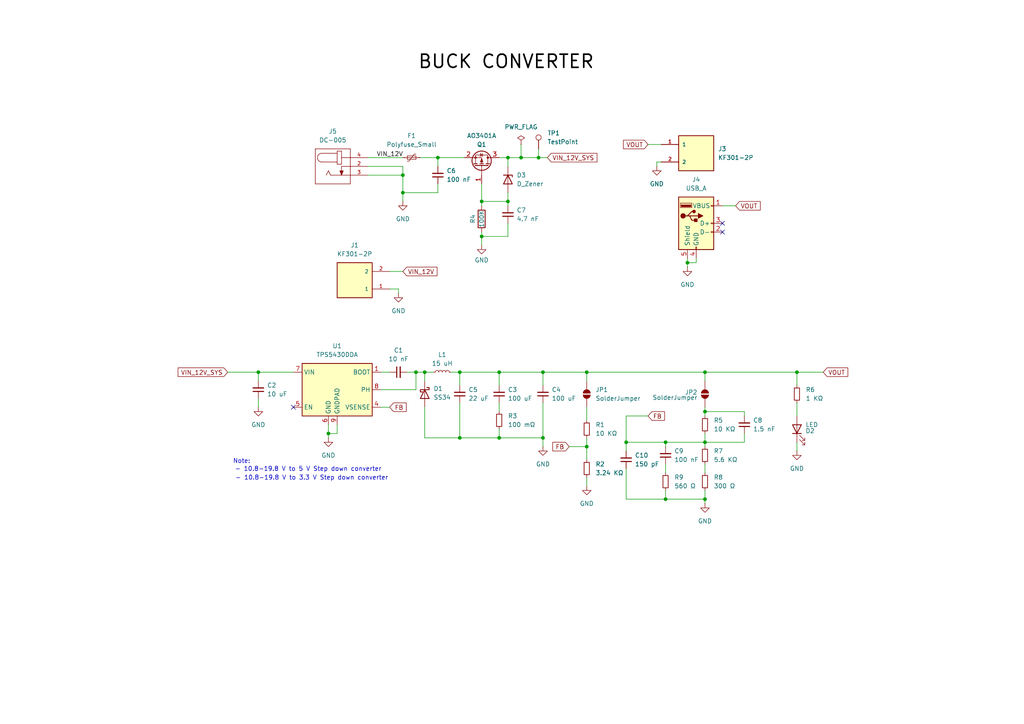
<source format=kicad_sch>
(kicad_sch
	(version 20250114)
	(generator "eeschema")
	(generator_version "9.0")
	(uuid "71cf9f18-e503-463c-aee0-a5b4e85f92ae")
	(paper "A4")
	(lib_symbols
		(symbol "Connector:DC-005"
			(pin_names
				(offset 1.016)
			)
			(exclude_from_sim no)
			(in_bom yes)
			(on_board yes)
			(property "Reference" "J"
				(at -5.0943 5.5976 0)
				(effects
					(font
						(size 1.27 1.27)
					)
					(justify left bottom)
				)
			)
			(property "Value" "DC-005"
				(at -5.0995 -7.6398 0)
				(effects
					(font
						(size 1.27 1.27)
					)
					(justify left bottom)
				)
			)
			(property "Footprint" "DC-005:NINIGI_DC-005"
				(at 0 0 0)
				(effects
					(font
						(size 1.27 1.27)
					)
					(justify bottom)
					(hide yes)
				)
			)
			(property "Datasheet" ""
				(at 0 0 0)
				(effects
					(font
						(size 1.27 1.27)
					)
					(hide yes)
				)
			)
			(property "Description" "Conn Dc Power Jack 2.1mm"
				(at 0 0 0)
				(effects
					(font
						(size 1.27 1.27)
					)
					(justify bottom)
					(hide yes)
				)
			)
			(property "MF" "Best Inc."
				(at 0 0 0)
				(effects
					(font
						(size 1.27 1.27)
					)
					(justify bottom)
					(hide yes)
				)
			)
			(property "PACKAGE" "None"
				(at 0 0 0)
				(effects
					(font
						(size 1.27 1.27)
					)
					(justify bottom)
					(hide yes)
				)
			)
			(property "PRICE" "None"
				(at 0 0 0)
				(effects
					(font
						(size 1.27 1.27)
					)
					(justify bottom)
					(hide yes)
				)
			)
			(property "Package" "DC Power Jack Best Inc."
				(at 0 0 0)
				(effects
					(font
						(size 1.27 1.27)
					)
					(justify bottom)
					(hide yes)
				)
			)
			(property "Check_prices" "https://www.snapeda.com/parts/DC-005/Best+Inc./view-part/?ref=eda"
				(at 0 0 0)
				(effects
					(font
						(size 1.27 1.27)
					)
					(justify bottom)
					(hide yes)
				)
			)
			(property "Price" "None"
				(at 0 0 0)
				(effects
					(font
						(size 1.27 1.27)
					)
					(justify bottom)
					(hide yes)
				)
			)
			(property "SnapEDA_Link" "https://www.snapeda.com/parts/DC-005/Best+Inc./view-part/?ref=snap"
				(at 0 0 0)
				(effects
					(font
						(size 1.27 1.27)
					)
					(justify bottom)
					(hide yes)
				)
			)
			(property "MP" "DC-005"
				(at 0 0 0)
				(effects
					(font
						(size 1.27 1.27)
					)
					(justify bottom)
					(hide yes)
				)
			)
			(property "Availability" "Not in stock"
				(at 0 0 0)
				(effects
					(font
						(size 1.27 1.27)
					)
					(justify bottom)
					(hide yes)
				)
			)
			(property "AVAILABILITY" "Unavailable"
				(at 0 0 0)
				(effects
					(font
						(size 1.27 1.27)
					)
					(justify bottom)
					(hide yes)
				)
			)
			(property "Description_1" "6.4x14.2x9.0mm Power DC Receptacle"
				(at 0 0 0)
				(effects
					(font
						(size 1.27 1.27)
					)
					(justify bottom)
					(hide yes)
				)
			)
			(symbol "DC-005_0_0"
				(polyline
					(pts
						(xy -5.08 5.08) (xy 5.08 5.08)
					)
					(stroke
						(width 0.1524)
						(type default)
					)
					(fill
						(type none)
					)
				)
				(polyline
					(pts
						(xy -5.08 -5.08) (xy -5.08 5.08)
					)
					(stroke
						(width 0.1524)
						(type default)
					)
					(fill
						(type none)
					)
				)
				(polyline
					(pts
						(xy -3.175 3.81) (xy 1.27 3.81)
					)
					(stroke
						(width 0.1524)
						(type default)
					)
					(fill
						(type none)
					)
				)
				(arc
					(start -3.175 1.27)
					(mid -4.4394 2.54)
					(end -3.175 3.81)
					(stroke
						(width 0.1524)
						(type default)
					)
					(fill
						(type none)
					)
				)
				(polyline
					(pts
						(xy -1.27 -1.27) (xy -1.905 -2.54)
					)
					(stroke
						(width 0.1524)
						(type default)
					)
					(fill
						(type none)
					)
				)
				(polyline
					(pts
						(xy -0.635 -2.54) (xy -1.27 -1.27)
					)
					(stroke
						(width 0.1524)
						(type default)
					)
					(fill
						(type none)
					)
				)
				(polyline
					(pts
						(xy 1.27 4.445) (xy 1.27 3.81)
					)
					(stroke
						(width 0.1524)
						(type default)
					)
					(fill
						(type none)
					)
				)
				(polyline
					(pts
						(xy 1.27 3.81) (xy 1.27 1.27)
					)
					(stroke
						(width 0.1524)
						(type default)
					)
					(fill
						(type none)
					)
				)
				(polyline
					(pts
						(xy 1.27 1.27) (xy -3.175 1.27)
					)
					(stroke
						(width 0.1524)
						(type default)
					)
					(fill
						(type none)
					)
				)
				(polyline
					(pts
						(xy 1.27 1.27) (xy 1.27 0.635)
					)
					(stroke
						(width 0.1524)
						(type default)
					)
					(fill
						(type none)
					)
				)
				(polyline
					(pts
						(xy 1.27 0.635) (xy 2.54 0.635)
					)
					(stroke
						(width 0.1524)
						(type default)
					)
					(fill
						(type none)
					)
				)
				(polyline
					(pts
						(xy 2.54 4.445) (xy 1.27 4.445)
					)
					(stroke
						(width 0.1524)
						(type default)
					)
					(fill
						(type none)
					)
				)
				(polyline
					(pts
						(xy 2.54 2.54) (xy 2.54 4.445)
					)
					(stroke
						(width 0.1524)
						(type default)
					)
					(fill
						(type none)
					)
				)
				(polyline
					(pts
						(xy 2.54 2.54) (xy 5.08 2.54)
					)
					(stroke
						(width 0.1524)
						(type default)
					)
					(fill
						(type none)
					)
				)
				(polyline
					(pts
						(xy 2.54 0.635) (xy 2.54 2.54)
					)
					(stroke
						(width 0.1524)
						(type default)
					)
					(fill
						(type none)
					)
				)
				(polyline
					(pts
						(xy 2.54 0) (xy 2.54 -2.54)
					)
					(stroke
						(width 0.1524)
						(type default)
					)
					(fill
						(type none)
					)
				)
				(polyline
					(pts
						(xy 2.54 0) (xy 5.08 0)
					)
					(stroke
						(width 0.1524)
						(type default)
					)
					(fill
						(type none)
					)
				)
				(polyline
					(pts
						(xy 2.54 -2.54) (xy -0.635 -2.54)
					)
					(stroke
						(width 0.1524)
						(type default)
					)
					(fill
						(type none)
					)
				)
				(polyline
					(pts
						(xy 2.54 -2.54) (xy 5.08 -2.54)
					)
					(stroke
						(width 0.1524)
						(type default)
					)
					(fill
						(type none)
					)
				)
				(polyline
					(pts
						(xy 2.54 -2.54) (xy 2.032 -1.27) (xy 3.048 -1.27) (xy 2.54 -2.54)
					)
					(stroke
						(width 0.1524)
						(type default)
					)
					(fill
						(type outline)
					)
				)
				(polyline
					(pts
						(xy 5.08 5.08) (xy 5.08 2.54)
					)
					(stroke
						(width 0.1524)
						(type default)
					)
					(fill
						(type none)
					)
				)
				(polyline
					(pts
						(xy 5.08 2.54) (xy 5.08 0)
					)
					(stroke
						(width 0.1524)
						(type default)
					)
					(fill
						(type none)
					)
				)
				(polyline
					(pts
						(xy 5.08 0) (xy 5.08 -2.54)
					)
					(stroke
						(width 0.1524)
						(type default)
					)
					(fill
						(type none)
					)
				)
				(polyline
					(pts
						(xy 5.08 -2.54) (xy 5.08 -5.08)
					)
					(stroke
						(width 0.1524)
						(type default)
					)
					(fill
						(type none)
					)
				)
				(polyline
					(pts
						(xy 5.08 -5.08) (xy -5.08 -5.08)
					)
					(stroke
						(width 0.1524)
						(type default)
					)
					(fill
						(type none)
					)
				)
				(pin passive line
					(at 10.16 2.54 180)
					(length 5.08)
					(name "~"
						(effects
							(font
								(size 1.016 1.016)
							)
						)
					)
					(number "4"
						(effects
							(font
								(size 1.016 1.016)
							)
						)
					)
				)
				(pin passive line
					(at 10.16 0 180)
					(length 5.08)
					(name "~"
						(effects
							(font
								(size 1.016 1.016)
							)
						)
					)
					(number "2"
						(effects
							(font
								(size 1.016 1.016)
							)
						)
					)
				)
				(pin passive line
					(at 10.16 -2.54 180)
					(length 5.08)
					(name "~"
						(effects
							(font
								(size 1.016 1.016)
							)
						)
					)
					(number "3"
						(effects
							(font
								(size 1.016 1.016)
							)
						)
					)
				)
			)
			(embedded_fonts no)
		)
		(symbol "Connector:KF301-2P"
			(pin_names
				(offset 1.016)
			)
			(exclude_from_sim no)
			(in_bom yes)
			(on_board yes)
			(property "Reference" "J"
				(at -5.08 5.842 0)
				(effects
					(font
						(size 1.27 1.27)
					)
					(justify left bottom)
				)
			)
			(property "Value" "KF301-2P"
				(at -5.08 -7.62 0)
				(effects
					(font
						(size 1.27 1.27)
					)
					(justify left bottom)
				)
			)
			(property "Footprint" "KF301-2P:HANDSON_KF301-2P"
				(at 0 0 0)
				(effects
					(font
						(size 1.27 1.27)
					)
					(justify bottom)
					(hide yes)
				)
			)
			(property "Datasheet" ""
				(at 0 0 0)
				(effects
					(font
						(size 1.27 1.27)
					)
					(hide yes)
				)
			)
			(property "Description" ""
				(at 0 0 0)
				(effects
					(font
						(size 1.27 1.27)
					)
					(hide yes)
				)
			)
			(property "MF" "Handson Technology"
				(at 0 0 0)
				(effects
					(font
						(size 1.27 1.27)
					)
					(justify bottom)
					(hide yes)
				)
			)
			(property "MAXIMUM_PACKAGE_HEIGHT" "10mm"
				(at 0 0 0)
				(effects
					(font
						(size 1.27 1.27)
					)
					(justify bottom)
					(hide yes)
				)
			)
			(property "Package" "None"
				(at 0 0 0)
				(effects
					(font
						(size 1.27 1.27)
					)
					(justify bottom)
					(hide yes)
				)
			)
			(property "Price" "None"
				(at 0 0 0)
				(effects
					(font
						(size 1.27 1.27)
					)
					(justify bottom)
					(hide yes)
				)
			)
			(property "Check_prices" "https://www.snapeda.com/parts/KF301-2P/Handson+Technology/view-part/?ref=eda"
				(at 0 0 0)
				(effects
					(font
						(size 1.27 1.27)
					)
					(justify bottom)
					(hide yes)
				)
			)
			(property "STANDARD" "Manufacturer Recommendations"
				(at 0 0 0)
				(effects
					(font
						(size 1.27 1.27)
					)
					(justify bottom)
					(hide yes)
				)
			)
			(property "PARTREV" "NA"
				(at 0 0 0)
				(effects
					(font
						(size 1.27 1.27)
					)
					(justify bottom)
					(hide yes)
				)
			)
			(property "SnapEDA_Link" "https://www.snapeda.com/parts/KF301-2P/Handson+Technology/view-part/?ref=snap"
				(at 0 0 0)
				(effects
					(font
						(size 1.27 1.27)
					)
					(justify bottom)
					(hide yes)
				)
			)
			(property "MP" "KF301-2P"
				(at 0 0 0)
				(effects
					(font
						(size 1.27 1.27)
					)
					(justify bottom)
					(hide yes)
				)
			)
			(property "Description_1" "2 Pin Terminal Block 5mm Pitch"
				(at 0 0 0)
				(effects
					(font
						(size 1.27 1.27)
					)
					(justify bottom)
					(hide yes)
				)
			)
			(property "Availability" "Not in stock"
				(at 0 0 0)
				(effects
					(font
						(size 1.27 1.27)
					)
					(justify bottom)
					(hide yes)
				)
			)
			(property "MANUFACTURER" "Handson Technology"
				(at 0 0 0)
				(effects
					(font
						(size 1.27 1.27)
					)
					(justify bottom)
					(hide yes)
				)
			)
			(symbol "KF301-2P_0_0"
				(rectangle
					(start -5.08 -5.08)
					(end 5.08 5.08)
					(stroke
						(width 0.254)
						(type default)
					)
					(fill
						(type background)
					)
				)
				(pin passive line
					(at -10.16 2.54 0)
					(length 5.08)
					(name "1"
						(effects
							(font
								(size 1.016 1.016)
							)
						)
					)
					(number "1"
						(effects
							(font
								(size 1.016 1.016)
							)
						)
					)
				)
				(pin passive line
					(at -10.16 -2.54 0)
					(length 5.08)
					(name "2"
						(effects
							(font
								(size 1.016 1.016)
							)
						)
					)
					(number "2"
						(effects
							(font
								(size 1.016 1.016)
							)
						)
					)
				)
			)
			(embedded_fonts no)
		)
		(symbol "Connector:TestPoint"
			(pin_numbers
				(hide yes)
			)
			(pin_names
				(offset 0.762)
				(hide yes)
			)
			(exclude_from_sim no)
			(in_bom yes)
			(on_board yes)
			(property "Reference" "TP"
				(at 0 6.858 0)
				(effects
					(font
						(size 1.27 1.27)
					)
				)
			)
			(property "Value" "TestPoint"
				(at 0 5.08 0)
				(effects
					(font
						(size 1.27 1.27)
					)
				)
			)
			(property "Footprint" ""
				(at 5.08 0 0)
				(effects
					(font
						(size 1.27 1.27)
					)
					(hide yes)
				)
			)
			(property "Datasheet" "~"
				(at 5.08 0 0)
				(effects
					(font
						(size 1.27 1.27)
					)
					(hide yes)
				)
			)
			(property "Description" "test point"
				(at 0 0 0)
				(effects
					(font
						(size 1.27 1.27)
					)
					(hide yes)
				)
			)
			(property "ki_keywords" "test point tp"
				(at 0 0 0)
				(effects
					(font
						(size 1.27 1.27)
					)
					(hide yes)
				)
			)
			(property "ki_fp_filters" "Pin* Test*"
				(at 0 0 0)
				(effects
					(font
						(size 1.27 1.27)
					)
					(hide yes)
				)
			)
			(symbol "TestPoint_0_1"
				(circle
					(center 0 3.302)
					(radius 0.762)
					(stroke
						(width 0)
						(type default)
					)
					(fill
						(type none)
					)
				)
			)
			(symbol "TestPoint_1_1"
				(pin passive line
					(at 0 0 90)
					(length 2.54)
					(name "1"
						(effects
							(font
								(size 1.27 1.27)
							)
						)
					)
					(number "1"
						(effects
							(font
								(size 1.27 1.27)
							)
						)
					)
				)
			)
			(embedded_fonts no)
		)
		(symbol "Connector:USB_A"
			(pin_names
				(offset 1.016)
			)
			(exclude_from_sim no)
			(in_bom yes)
			(on_board yes)
			(property "Reference" "J"
				(at -5.08 11.43 0)
				(effects
					(font
						(size 1.27 1.27)
					)
					(justify left)
				)
			)
			(property "Value" "USB_A"
				(at -5.08 8.89 0)
				(effects
					(font
						(size 1.27 1.27)
					)
					(justify left)
				)
			)
			(property "Footprint" ""
				(at 3.81 -1.27 0)
				(effects
					(font
						(size 1.27 1.27)
					)
					(hide yes)
				)
			)
			(property "Datasheet" "~"
				(at 3.81 -1.27 0)
				(effects
					(font
						(size 1.27 1.27)
					)
					(hide yes)
				)
			)
			(property "Description" "USB Type A connector"
				(at 0 0 0)
				(effects
					(font
						(size 1.27 1.27)
					)
					(hide yes)
				)
			)
			(property "ki_keywords" "connector USB"
				(at 0 0 0)
				(effects
					(font
						(size 1.27 1.27)
					)
					(hide yes)
				)
			)
			(property "ki_fp_filters" "USB*"
				(at 0 0 0)
				(effects
					(font
						(size 1.27 1.27)
					)
					(hide yes)
				)
			)
			(symbol "USB_A_0_1"
				(rectangle
					(start -5.08 -7.62)
					(end 5.08 7.62)
					(stroke
						(width 0.254)
						(type default)
					)
					(fill
						(type background)
					)
				)
				(circle
					(center -3.81 2.159)
					(radius 0.635)
					(stroke
						(width 0.254)
						(type default)
					)
					(fill
						(type outline)
					)
				)
				(polyline
					(pts
						(xy -3.175 2.159) (xy -2.54 2.159) (xy -1.27 3.429) (xy -0.635 3.429)
					)
					(stroke
						(width 0.254)
						(type default)
					)
					(fill
						(type none)
					)
				)
				(polyline
					(pts
						(xy -2.54 2.159) (xy -1.905 2.159) (xy -1.27 0.889) (xy 0 0.889)
					)
					(stroke
						(width 0.254)
						(type default)
					)
					(fill
						(type none)
					)
				)
				(rectangle
					(start -1.524 4.826)
					(end -4.318 5.334)
					(stroke
						(width 0)
						(type default)
					)
					(fill
						(type outline)
					)
				)
				(rectangle
					(start -1.27 4.572)
					(end -4.572 5.842)
					(stroke
						(width 0)
						(type default)
					)
					(fill
						(type none)
					)
				)
				(circle
					(center -0.635 3.429)
					(radius 0.381)
					(stroke
						(width 0.254)
						(type default)
					)
					(fill
						(type outline)
					)
				)
				(rectangle
					(start -0.127 -7.62)
					(end 0.127 -6.858)
					(stroke
						(width 0)
						(type default)
					)
					(fill
						(type none)
					)
				)
				(rectangle
					(start 0.254 1.27)
					(end -0.508 0.508)
					(stroke
						(width 0.254)
						(type default)
					)
					(fill
						(type outline)
					)
				)
				(polyline
					(pts
						(xy 0.635 2.794) (xy 0.635 1.524) (xy 1.905 2.159) (xy 0.635 2.794)
					)
					(stroke
						(width 0.254)
						(type default)
					)
					(fill
						(type outline)
					)
				)
				(rectangle
					(start 5.08 4.953)
					(end 4.318 5.207)
					(stroke
						(width 0)
						(type default)
					)
					(fill
						(type none)
					)
				)
				(rectangle
					(start 5.08 -0.127)
					(end 4.318 0.127)
					(stroke
						(width 0)
						(type default)
					)
					(fill
						(type none)
					)
				)
				(rectangle
					(start 5.08 -2.667)
					(end 4.318 -2.413)
					(stroke
						(width 0)
						(type default)
					)
					(fill
						(type none)
					)
				)
			)
			(symbol "USB_A_1_1"
				(polyline
					(pts
						(xy -1.905 2.159) (xy 0.635 2.159)
					)
					(stroke
						(width 0.254)
						(type default)
					)
					(fill
						(type none)
					)
				)
				(pin passive line
					(at -2.54 -10.16 90)
					(length 2.54)
					(name "Shield"
						(effects
							(font
								(size 1.27 1.27)
							)
						)
					)
					(number "5"
						(effects
							(font
								(size 1.27 1.27)
							)
						)
					)
				)
				(pin power_in line
					(at 0 -10.16 90)
					(length 2.54)
					(name "GND"
						(effects
							(font
								(size 1.27 1.27)
							)
						)
					)
					(number "4"
						(effects
							(font
								(size 1.27 1.27)
							)
						)
					)
				)
				(pin power_in line
					(at 7.62 5.08 180)
					(length 2.54)
					(name "VBUS"
						(effects
							(font
								(size 1.27 1.27)
							)
						)
					)
					(number "1"
						(effects
							(font
								(size 1.27 1.27)
							)
						)
					)
				)
				(pin bidirectional line
					(at 7.62 0 180)
					(length 2.54)
					(name "D+"
						(effects
							(font
								(size 1.27 1.27)
							)
						)
					)
					(number "3"
						(effects
							(font
								(size 1.27 1.27)
							)
						)
					)
				)
				(pin bidirectional line
					(at 7.62 -2.54 180)
					(length 2.54)
					(name "D-"
						(effects
							(font
								(size 1.27 1.27)
							)
						)
					)
					(number "2"
						(effects
							(font
								(size 1.27 1.27)
							)
						)
					)
				)
			)
			(embedded_fonts no)
		)
		(symbol "Device:C_Small"
			(pin_numbers
				(hide yes)
			)
			(pin_names
				(offset 0.254)
				(hide yes)
			)
			(exclude_from_sim no)
			(in_bom yes)
			(on_board yes)
			(property "Reference" "C"
				(at 0.254 1.778 0)
				(effects
					(font
						(size 1.27 1.27)
					)
					(justify left)
				)
			)
			(property "Value" "C_Small"
				(at 0.254 -2.032 0)
				(effects
					(font
						(size 1.27 1.27)
					)
					(justify left)
				)
			)
			(property "Footprint" ""
				(at 0 0 0)
				(effects
					(font
						(size 1.27 1.27)
					)
					(hide yes)
				)
			)
			(property "Datasheet" "~"
				(at 0 0 0)
				(effects
					(font
						(size 1.27 1.27)
					)
					(hide yes)
				)
			)
			(property "Description" "Unpolarized capacitor, small symbol"
				(at 0 0 0)
				(effects
					(font
						(size 1.27 1.27)
					)
					(hide yes)
				)
			)
			(property "ki_keywords" "capacitor cap"
				(at 0 0 0)
				(effects
					(font
						(size 1.27 1.27)
					)
					(hide yes)
				)
			)
			(property "ki_fp_filters" "C_*"
				(at 0 0 0)
				(effects
					(font
						(size 1.27 1.27)
					)
					(hide yes)
				)
			)
			(symbol "C_Small_0_1"
				(polyline
					(pts
						(xy -1.524 0.508) (xy 1.524 0.508)
					)
					(stroke
						(width 0.3048)
						(type default)
					)
					(fill
						(type none)
					)
				)
				(polyline
					(pts
						(xy -1.524 -0.508) (xy 1.524 -0.508)
					)
					(stroke
						(width 0.3302)
						(type default)
					)
					(fill
						(type none)
					)
				)
			)
			(symbol "C_Small_1_1"
				(pin passive line
					(at 0 2.54 270)
					(length 2.032)
					(name "~"
						(effects
							(font
								(size 1.27 1.27)
							)
						)
					)
					(number "1"
						(effects
							(font
								(size 1.27 1.27)
							)
						)
					)
				)
				(pin passive line
					(at 0 -2.54 90)
					(length 2.032)
					(name "~"
						(effects
							(font
								(size 1.27 1.27)
							)
						)
					)
					(number "2"
						(effects
							(font
								(size 1.27 1.27)
							)
						)
					)
				)
			)
			(embedded_fonts no)
		)
		(symbol "Device:D_Zener"
			(pin_numbers
				(hide yes)
			)
			(pin_names
				(offset 1.016)
				(hide yes)
			)
			(exclude_from_sim no)
			(in_bom yes)
			(on_board yes)
			(property "Reference" "D"
				(at 0 2.54 0)
				(effects
					(font
						(size 1.27 1.27)
					)
				)
			)
			(property "Value" "D_Zener"
				(at 0 -2.54 0)
				(effects
					(font
						(size 1.27 1.27)
					)
				)
			)
			(property "Footprint" ""
				(at 0 0 0)
				(effects
					(font
						(size 1.27 1.27)
					)
					(hide yes)
				)
			)
			(property "Datasheet" "~"
				(at 0 0 0)
				(effects
					(font
						(size 1.27 1.27)
					)
					(hide yes)
				)
			)
			(property "Description" "Zener diode"
				(at 0 0 0)
				(effects
					(font
						(size 1.27 1.27)
					)
					(hide yes)
				)
			)
			(property "ki_keywords" "diode"
				(at 0 0 0)
				(effects
					(font
						(size 1.27 1.27)
					)
					(hide yes)
				)
			)
			(property "ki_fp_filters" "TO-???* *_Diode_* *SingleDiode* D_*"
				(at 0 0 0)
				(effects
					(font
						(size 1.27 1.27)
					)
					(hide yes)
				)
			)
			(symbol "D_Zener_0_1"
				(polyline
					(pts
						(xy -1.27 -1.27) (xy -1.27 1.27) (xy -0.762 1.27)
					)
					(stroke
						(width 0.254)
						(type default)
					)
					(fill
						(type none)
					)
				)
				(polyline
					(pts
						(xy 1.27 0) (xy -1.27 0)
					)
					(stroke
						(width 0)
						(type default)
					)
					(fill
						(type none)
					)
				)
				(polyline
					(pts
						(xy 1.27 -1.27) (xy 1.27 1.27) (xy -1.27 0) (xy 1.27 -1.27)
					)
					(stroke
						(width 0.254)
						(type default)
					)
					(fill
						(type none)
					)
				)
			)
			(symbol "D_Zener_1_1"
				(pin passive line
					(at -3.81 0 0)
					(length 2.54)
					(name "K"
						(effects
							(font
								(size 1.27 1.27)
							)
						)
					)
					(number "1"
						(effects
							(font
								(size 1.27 1.27)
							)
						)
					)
				)
				(pin passive line
					(at 3.81 0 180)
					(length 2.54)
					(name "A"
						(effects
							(font
								(size 1.27 1.27)
							)
						)
					)
					(number "2"
						(effects
							(font
								(size 1.27 1.27)
							)
						)
					)
				)
			)
			(embedded_fonts no)
		)
		(symbol "Device:LED"
			(pin_numbers
				(hide yes)
			)
			(pin_names
				(offset 1.016)
				(hide yes)
			)
			(exclude_from_sim no)
			(in_bom yes)
			(on_board yes)
			(property "Reference" "D"
				(at 0 2.54 0)
				(effects
					(font
						(size 1.27 1.27)
					)
				)
			)
			(property "Value" "LED"
				(at 0 -2.54 0)
				(effects
					(font
						(size 1.27 1.27)
					)
				)
			)
			(property "Footprint" ""
				(at 0 0 0)
				(effects
					(font
						(size 1.27 1.27)
					)
					(hide yes)
				)
			)
			(property "Datasheet" "~"
				(at 0 0 0)
				(effects
					(font
						(size 1.27 1.27)
					)
					(hide yes)
				)
			)
			(property "Description" "Light emitting diode"
				(at 0 0 0)
				(effects
					(font
						(size 1.27 1.27)
					)
					(hide yes)
				)
			)
			(property "ki_keywords" "LED diode"
				(at 0 0 0)
				(effects
					(font
						(size 1.27 1.27)
					)
					(hide yes)
				)
			)
			(property "ki_fp_filters" "LED* LED_SMD:* LED_THT:*"
				(at 0 0 0)
				(effects
					(font
						(size 1.27 1.27)
					)
					(hide yes)
				)
			)
			(symbol "LED_0_1"
				(polyline
					(pts
						(xy -3.048 -0.762) (xy -4.572 -2.286) (xy -3.81 -2.286) (xy -4.572 -2.286) (xy -4.572 -1.524)
					)
					(stroke
						(width 0)
						(type default)
					)
					(fill
						(type none)
					)
				)
				(polyline
					(pts
						(xy -1.778 -0.762) (xy -3.302 -2.286) (xy -2.54 -2.286) (xy -3.302 -2.286) (xy -3.302 -1.524)
					)
					(stroke
						(width 0)
						(type default)
					)
					(fill
						(type none)
					)
				)
				(polyline
					(pts
						(xy -1.27 0) (xy 1.27 0)
					)
					(stroke
						(width 0)
						(type default)
					)
					(fill
						(type none)
					)
				)
				(polyline
					(pts
						(xy -1.27 -1.27) (xy -1.27 1.27)
					)
					(stroke
						(width 0.254)
						(type default)
					)
					(fill
						(type none)
					)
				)
				(polyline
					(pts
						(xy 1.27 -1.27) (xy 1.27 1.27) (xy -1.27 0) (xy 1.27 -1.27)
					)
					(stroke
						(width 0.254)
						(type default)
					)
					(fill
						(type none)
					)
				)
			)
			(symbol "LED_1_1"
				(pin passive line
					(at -3.81 0 0)
					(length 2.54)
					(name "K"
						(effects
							(font
								(size 1.27 1.27)
							)
						)
					)
					(number "1"
						(effects
							(font
								(size 1.27 1.27)
							)
						)
					)
				)
				(pin passive line
					(at 3.81 0 180)
					(length 2.54)
					(name "A"
						(effects
							(font
								(size 1.27 1.27)
							)
						)
					)
					(number "2"
						(effects
							(font
								(size 1.27 1.27)
							)
						)
					)
				)
			)
			(embedded_fonts no)
		)
		(symbol "Device:L_Small"
			(pin_numbers
				(hide yes)
			)
			(pin_names
				(offset 0.254)
				(hide yes)
			)
			(exclude_from_sim no)
			(in_bom yes)
			(on_board yes)
			(property "Reference" "L"
				(at 0.762 1.016 0)
				(effects
					(font
						(size 1.27 1.27)
					)
					(justify left)
				)
			)
			(property "Value" "L_Small"
				(at 0.762 -1.016 0)
				(effects
					(font
						(size 1.27 1.27)
					)
					(justify left)
				)
			)
			(property "Footprint" ""
				(at 0 0 0)
				(effects
					(font
						(size 1.27 1.27)
					)
					(hide yes)
				)
			)
			(property "Datasheet" "~"
				(at 0 0 0)
				(effects
					(font
						(size 1.27 1.27)
					)
					(hide yes)
				)
			)
			(property "Description" "Inductor, small symbol"
				(at 0 0 0)
				(effects
					(font
						(size 1.27 1.27)
					)
					(hide yes)
				)
			)
			(property "ki_keywords" "inductor choke coil reactor magnetic"
				(at 0 0 0)
				(effects
					(font
						(size 1.27 1.27)
					)
					(hide yes)
				)
			)
			(property "ki_fp_filters" "Choke_* *Coil* Inductor_* L_*"
				(at 0 0 0)
				(effects
					(font
						(size 1.27 1.27)
					)
					(hide yes)
				)
			)
			(symbol "L_Small_0_1"
				(arc
					(start 0 2.032)
					(mid 0.5058 1.524)
					(end 0 1.016)
					(stroke
						(width 0)
						(type default)
					)
					(fill
						(type none)
					)
				)
				(arc
					(start 0 1.016)
					(mid 0.5058 0.508)
					(end 0 0)
					(stroke
						(width 0)
						(type default)
					)
					(fill
						(type none)
					)
				)
				(arc
					(start 0 0)
					(mid 0.5058 -0.508)
					(end 0 -1.016)
					(stroke
						(width 0)
						(type default)
					)
					(fill
						(type none)
					)
				)
				(arc
					(start 0 -1.016)
					(mid 0.5058 -1.524)
					(end 0 -2.032)
					(stroke
						(width 0)
						(type default)
					)
					(fill
						(type none)
					)
				)
			)
			(symbol "L_Small_1_1"
				(pin passive line
					(at 0 2.54 270)
					(length 0.508)
					(name "~"
						(effects
							(font
								(size 1.27 1.27)
							)
						)
					)
					(number "1"
						(effects
							(font
								(size 1.27 1.27)
							)
						)
					)
				)
				(pin passive line
					(at 0 -2.54 90)
					(length 0.508)
					(name "~"
						(effects
							(font
								(size 1.27 1.27)
							)
						)
					)
					(number "2"
						(effects
							(font
								(size 1.27 1.27)
							)
						)
					)
				)
			)
			(embedded_fonts no)
		)
		(symbol "Device:Polyfuse_Small"
			(pin_numbers
				(hide yes)
			)
			(pin_names
				(offset 0)
			)
			(exclude_from_sim no)
			(in_bom yes)
			(on_board yes)
			(property "Reference" "F"
				(at -1.905 0 90)
				(effects
					(font
						(size 1.27 1.27)
					)
				)
			)
			(property "Value" "Polyfuse_Small"
				(at 1.905 0 90)
				(effects
					(font
						(size 1.27 1.27)
					)
				)
			)
			(property "Footprint" ""
				(at 1.27 -5.08 0)
				(effects
					(font
						(size 1.27 1.27)
					)
					(justify left)
					(hide yes)
				)
			)
			(property "Datasheet" "~"
				(at 0 0 0)
				(effects
					(font
						(size 1.27 1.27)
					)
					(hide yes)
				)
			)
			(property "Description" "Resettable fuse, polymeric positive temperature coefficient, small symbol"
				(at 0 0 0)
				(effects
					(font
						(size 1.27 1.27)
					)
					(hide yes)
				)
			)
			(property "ki_keywords" "resettable fuse PTC PPTC polyfuse polyswitch"
				(at 0 0 0)
				(effects
					(font
						(size 1.27 1.27)
					)
					(hide yes)
				)
			)
			(property "ki_fp_filters" "*polyfuse* *PTC*"
				(at 0 0 0)
				(effects
					(font
						(size 1.27 1.27)
					)
					(hide yes)
				)
			)
			(symbol "Polyfuse_Small_0_1"
				(polyline
					(pts
						(xy -1.016 1.27) (xy -1.016 0.762) (xy 1.016 -0.762) (xy 1.016 -1.27)
					)
					(stroke
						(width 0)
						(type default)
					)
					(fill
						(type none)
					)
				)
				(rectangle
					(start -0.508 1.27)
					(end 0.508 -1.27)
					(stroke
						(width 0)
						(type default)
					)
					(fill
						(type none)
					)
				)
				(polyline
					(pts
						(xy 0 2.54) (xy 0 -2.54)
					)
					(stroke
						(width 0)
						(type default)
					)
					(fill
						(type none)
					)
				)
			)
			(symbol "Polyfuse_Small_1_1"
				(pin passive line
					(at 0 2.54 270)
					(length 0.635)
					(name "~"
						(effects
							(font
								(size 1.27 1.27)
							)
						)
					)
					(number "1"
						(effects
							(font
								(size 1.27 1.27)
							)
						)
					)
				)
				(pin passive line
					(at 0 -2.54 90)
					(length 0.635)
					(name "~"
						(effects
							(font
								(size 1.27 1.27)
							)
						)
					)
					(number "2"
						(effects
							(font
								(size 1.27 1.27)
							)
						)
					)
				)
			)
			(embedded_fonts no)
		)
		(symbol "Device:R"
			(pin_numbers
				(hide yes)
			)
			(pin_names
				(offset 0)
			)
			(exclude_from_sim no)
			(in_bom yes)
			(on_board yes)
			(property "Reference" "R"
				(at 2.032 0 90)
				(effects
					(font
						(size 1.27 1.27)
					)
				)
			)
			(property "Value" "R"
				(at 0 0 90)
				(effects
					(font
						(size 1.27 1.27)
					)
				)
			)
			(property "Footprint" ""
				(at -1.778 0 90)
				(effects
					(font
						(size 1.27 1.27)
					)
					(hide yes)
				)
			)
			(property "Datasheet" "~"
				(at 0 0 0)
				(effects
					(font
						(size 1.27 1.27)
					)
					(hide yes)
				)
			)
			(property "Description" "Resistor"
				(at 0 0 0)
				(effects
					(font
						(size 1.27 1.27)
					)
					(hide yes)
				)
			)
			(property "ki_keywords" "R res resistor"
				(at 0 0 0)
				(effects
					(font
						(size 1.27 1.27)
					)
					(hide yes)
				)
			)
			(property "ki_fp_filters" "R_*"
				(at 0 0 0)
				(effects
					(font
						(size 1.27 1.27)
					)
					(hide yes)
				)
			)
			(symbol "R_0_1"
				(rectangle
					(start -1.016 -2.54)
					(end 1.016 2.54)
					(stroke
						(width 0.254)
						(type default)
					)
					(fill
						(type none)
					)
				)
			)
			(symbol "R_1_1"
				(pin passive line
					(at 0 3.81 270)
					(length 1.27)
					(name "~"
						(effects
							(font
								(size 1.27 1.27)
							)
						)
					)
					(number "1"
						(effects
							(font
								(size 1.27 1.27)
							)
						)
					)
				)
				(pin passive line
					(at 0 -3.81 90)
					(length 1.27)
					(name "~"
						(effects
							(font
								(size 1.27 1.27)
							)
						)
					)
					(number "2"
						(effects
							(font
								(size 1.27 1.27)
							)
						)
					)
				)
			)
			(embedded_fonts no)
		)
		(symbol "Device:R_Small"
			(pin_numbers
				(hide yes)
			)
			(pin_names
				(offset 0.254)
				(hide yes)
			)
			(exclude_from_sim no)
			(in_bom yes)
			(on_board yes)
			(property "Reference" "R"
				(at 0.762 0.508 0)
				(effects
					(font
						(size 1.27 1.27)
					)
					(justify left)
				)
			)
			(property "Value" "R_Small"
				(at 0.762 -1.016 0)
				(effects
					(font
						(size 1.27 1.27)
					)
					(justify left)
				)
			)
			(property "Footprint" ""
				(at 0 0 0)
				(effects
					(font
						(size 1.27 1.27)
					)
					(hide yes)
				)
			)
			(property "Datasheet" "~"
				(at 0 0 0)
				(effects
					(font
						(size 1.27 1.27)
					)
					(hide yes)
				)
			)
			(property "Description" "Resistor, small symbol"
				(at 0 0 0)
				(effects
					(font
						(size 1.27 1.27)
					)
					(hide yes)
				)
			)
			(property "ki_keywords" "R resistor"
				(at 0 0 0)
				(effects
					(font
						(size 1.27 1.27)
					)
					(hide yes)
				)
			)
			(property "ki_fp_filters" "R_*"
				(at 0 0 0)
				(effects
					(font
						(size 1.27 1.27)
					)
					(hide yes)
				)
			)
			(symbol "R_Small_0_1"
				(rectangle
					(start -0.762 1.778)
					(end 0.762 -1.778)
					(stroke
						(width 0.2032)
						(type default)
					)
					(fill
						(type none)
					)
				)
			)
			(symbol "R_Small_1_1"
				(pin passive line
					(at 0 2.54 270)
					(length 0.762)
					(name "~"
						(effects
							(font
								(size 1.27 1.27)
							)
						)
					)
					(number "1"
						(effects
							(font
								(size 1.27 1.27)
							)
						)
					)
				)
				(pin passive line
					(at 0 -2.54 90)
					(length 0.762)
					(name "~"
						(effects
							(font
								(size 1.27 1.27)
							)
						)
					)
					(number "2"
						(effects
							(font
								(size 1.27 1.27)
							)
						)
					)
				)
			)
			(embedded_fonts no)
		)
		(symbol "Diode:SS34"
			(pin_numbers
				(hide yes)
			)
			(pin_names
				(offset 1.016)
				(hide yes)
			)
			(exclude_from_sim no)
			(in_bom yes)
			(on_board yes)
			(property "Reference" "D"
				(at 0 2.54 0)
				(effects
					(font
						(size 1.27 1.27)
					)
				)
			)
			(property "Value" "SS34"
				(at 0 -2.54 0)
				(effects
					(font
						(size 1.27 1.27)
					)
				)
			)
			(property "Footprint" "Diode_SMD:D_SMA"
				(at 0 -4.445 0)
				(effects
					(font
						(size 1.27 1.27)
					)
					(hide yes)
				)
			)
			(property "Datasheet" "https://www.vishay.com/docs/88751/ss32.pdf"
				(at 0 0 0)
				(effects
					(font
						(size 1.27 1.27)
					)
					(hide yes)
				)
			)
			(property "Description" "40V 3A Schottky Diode, SMA"
				(at 0 0 0)
				(effects
					(font
						(size 1.27 1.27)
					)
					(hide yes)
				)
			)
			(property "ki_keywords" "diode Schottky"
				(at 0 0 0)
				(effects
					(font
						(size 1.27 1.27)
					)
					(hide yes)
				)
			)
			(property "ki_fp_filters" "D*SMA*"
				(at 0 0 0)
				(effects
					(font
						(size 1.27 1.27)
					)
					(hide yes)
				)
			)
			(symbol "SS34_0_1"
				(polyline
					(pts
						(xy -1.905 0.635) (xy -1.905 1.27) (xy -1.27 1.27) (xy -1.27 -1.27) (xy -0.635 -1.27) (xy -0.635 -0.635)
					)
					(stroke
						(width 0.254)
						(type default)
					)
					(fill
						(type none)
					)
				)
				(polyline
					(pts
						(xy 1.27 1.27) (xy 1.27 -1.27) (xy -1.27 0) (xy 1.27 1.27)
					)
					(stroke
						(width 0.254)
						(type default)
					)
					(fill
						(type none)
					)
				)
				(polyline
					(pts
						(xy 1.27 0) (xy -1.27 0)
					)
					(stroke
						(width 0)
						(type default)
					)
					(fill
						(type none)
					)
				)
			)
			(symbol "SS34_1_1"
				(pin passive line
					(at -3.81 0 0)
					(length 2.54)
					(name "K"
						(effects
							(font
								(size 1.27 1.27)
							)
						)
					)
					(number "1"
						(effects
							(font
								(size 1.27 1.27)
							)
						)
					)
				)
				(pin passive line
					(at 3.81 0 180)
					(length 2.54)
					(name "A"
						(effects
							(font
								(size 1.27 1.27)
							)
						)
					)
					(number "2"
						(effects
							(font
								(size 1.27 1.27)
							)
						)
					)
				)
			)
			(embedded_fonts no)
		)
		(symbol "Jumper:SolderJumper_2_Open"
			(pin_numbers
				(hide yes)
			)
			(pin_names
				(offset 0)
				(hide yes)
			)
			(exclude_from_sim yes)
			(in_bom no)
			(on_board yes)
			(property "Reference" "JP"
				(at 0 2.032 0)
				(effects
					(font
						(size 1.27 1.27)
					)
				)
			)
			(property "Value" "SolderJumper_2_Open"
				(at 0 -2.54 0)
				(effects
					(font
						(size 1.27 1.27)
					)
				)
			)
			(property "Footprint" ""
				(at 0 0 0)
				(effects
					(font
						(size 1.27 1.27)
					)
					(hide yes)
				)
			)
			(property "Datasheet" "~"
				(at 0 0 0)
				(effects
					(font
						(size 1.27 1.27)
					)
					(hide yes)
				)
			)
			(property "Description" "Solder Jumper, 2-pole, open"
				(at 0 0 0)
				(effects
					(font
						(size 1.27 1.27)
					)
					(hide yes)
				)
			)
			(property "ki_keywords" "solder jumper SPST"
				(at 0 0 0)
				(effects
					(font
						(size 1.27 1.27)
					)
					(hide yes)
				)
			)
			(property "ki_fp_filters" "SolderJumper*Open*"
				(at 0 0 0)
				(effects
					(font
						(size 1.27 1.27)
					)
					(hide yes)
				)
			)
			(symbol "SolderJumper_2_Open_0_1"
				(polyline
					(pts
						(xy -0.254 1.016) (xy -0.254 -1.016)
					)
					(stroke
						(width 0)
						(type default)
					)
					(fill
						(type none)
					)
				)
				(arc
					(start -0.254 -1.016)
					(mid -1.2656 0)
					(end -0.254 1.016)
					(stroke
						(width 0)
						(type default)
					)
					(fill
						(type none)
					)
				)
				(arc
					(start -0.254 -1.016)
					(mid -1.2656 0)
					(end -0.254 1.016)
					(stroke
						(width 0)
						(type default)
					)
					(fill
						(type outline)
					)
				)
				(arc
					(start 0.254 1.016)
					(mid 1.2656 0)
					(end 0.254 -1.016)
					(stroke
						(width 0)
						(type default)
					)
					(fill
						(type none)
					)
				)
				(arc
					(start 0.254 1.016)
					(mid 1.2656 0)
					(end 0.254 -1.016)
					(stroke
						(width 0)
						(type default)
					)
					(fill
						(type outline)
					)
				)
				(polyline
					(pts
						(xy 0.254 1.016) (xy 0.254 -1.016)
					)
					(stroke
						(width 0)
						(type default)
					)
					(fill
						(type none)
					)
				)
			)
			(symbol "SolderJumper_2_Open_1_1"
				(pin passive line
					(at -3.81 0 0)
					(length 2.54)
					(name "A"
						(effects
							(font
								(size 1.27 1.27)
							)
						)
					)
					(number "1"
						(effects
							(font
								(size 1.27 1.27)
							)
						)
					)
				)
				(pin passive line
					(at 3.81 0 180)
					(length 2.54)
					(name "B"
						(effects
							(font
								(size 1.27 1.27)
							)
						)
					)
					(number "2"
						(effects
							(font
								(size 1.27 1.27)
							)
						)
					)
				)
			)
			(embedded_fonts no)
		)
		(symbol "Regulator_Switching:TPS5430DDA"
			(exclude_from_sim no)
			(in_bom yes)
			(on_board yes)
			(property "Reference" "U"
				(at -10.16 8.89 0)
				(effects
					(font
						(size 1.27 1.27)
					)
					(justify left)
				)
			)
			(property "Value" "TPS5430DDA"
				(at -1.27 8.89 0)
				(effects
					(font
						(size 1.27 1.27)
					)
					(justify left)
				)
			)
			(property "Footprint" "Package_SO:TI_SO-PowerPAD-8_ThermalVias"
				(at 1.27 -8.89 0)
				(effects
					(font
						(size 1.27 1.27)
						(italic yes)
					)
					(justify left)
					(hide yes)
				)
			)
			(property "Datasheet" "http://www.ti.com/lit/ds/symlink/tps5430.pdf"
				(at 0 0 0)
				(effects
					(font
						(size 1.27 1.27)
					)
					(hide yes)
				)
			)
			(property "Description" "3A, Step Down Swift Converter, Adjustable Output Voltage, 5.5-36V Input Voltage, PowerSO-8"
				(at 0 0 0)
				(effects
					(font
						(size 1.27 1.27)
					)
					(hide yes)
				)
			)
			(property "ki_keywords" "Step-Down DC-DC Switching Regulator"
				(at 0 0 0)
				(effects
					(font
						(size 1.27 1.27)
					)
					(hide yes)
				)
			)
			(property "ki_fp_filters" "TI*SO*PowerPAD*ThermalVias*"
				(at 0 0 0)
				(effects
					(font
						(size 1.27 1.27)
					)
					(hide yes)
				)
			)
			(symbol "TPS5430DDA_0_1"
				(rectangle
					(start -10.16 7.62)
					(end 10.16 -7.62)
					(stroke
						(width 0.254)
						(type default)
					)
					(fill
						(type background)
					)
				)
			)
			(symbol "TPS5430DDA_1_1"
				(pin power_in line
					(at -12.7 5.08 0)
					(length 2.54)
					(name "VIN"
						(effects
							(font
								(size 1.27 1.27)
							)
						)
					)
					(number "7"
						(effects
							(font
								(size 1.27 1.27)
							)
						)
					)
				)
				(pin input line
					(at -12.7 -5.08 0)
					(length 2.54)
					(name "EN"
						(effects
							(font
								(size 1.27 1.27)
							)
						)
					)
					(number "5"
						(effects
							(font
								(size 1.27 1.27)
							)
						)
					)
				)
				(pin no_connect line
					(at -10.16 2.54 0)
					(length 2.54)
					(hide yes)
					(name "NC"
						(effects
							(font
								(size 1.27 1.27)
							)
						)
					)
					(number "2"
						(effects
							(font
								(size 1.27 1.27)
							)
						)
					)
				)
				(pin no_connect line
					(at -10.16 -2.54 0)
					(length 2.54)
					(hide yes)
					(name "NC"
						(effects
							(font
								(size 1.27 1.27)
							)
						)
					)
					(number "3"
						(effects
							(font
								(size 1.27 1.27)
							)
						)
					)
				)
				(pin power_in line
					(at -2.54 -10.16 90)
					(length 2.54)
					(name "GND"
						(effects
							(font
								(size 1.27 1.27)
							)
						)
					)
					(number "6"
						(effects
							(font
								(size 1.27 1.27)
							)
						)
					)
				)
				(pin power_in line
					(at 0 -10.16 90)
					(length 2.54)
					(name "GNDPAD"
						(effects
							(font
								(size 1.27 1.27)
							)
						)
					)
					(number "9"
						(effects
							(font
								(size 1.27 1.27)
							)
						)
					)
				)
				(pin input line
					(at 12.7 5.08 180)
					(length 2.54)
					(name "BOOT"
						(effects
							(font
								(size 1.27 1.27)
							)
						)
					)
					(number "1"
						(effects
							(font
								(size 1.27 1.27)
							)
						)
					)
				)
				(pin output line
					(at 12.7 0 180)
					(length 2.54)
					(name "PH"
						(effects
							(font
								(size 1.27 1.27)
							)
						)
					)
					(number "8"
						(effects
							(font
								(size 1.27 1.27)
							)
						)
					)
				)
				(pin input line
					(at 12.7 -5.08 180)
					(length 2.54)
					(name "VSENSE"
						(effects
							(font
								(size 1.27 1.27)
							)
						)
					)
					(number "4"
						(effects
							(font
								(size 1.27 1.27)
							)
						)
					)
				)
			)
			(embedded_fonts no)
		)
		(symbol "Transistor_FET:AO3401A"
			(pin_names
				(hide yes)
			)
			(exclude_from_sim no)
			(in_bom yes)
			(on_board yes)
			(property "Reference" "Q"
				(at 5.08 1.905 0)
				(effects
					(font
						(size 1.27 1.27)
					)
					(justify left)
				)
			)
			(property "Value" "AO3401A"
				(at 5.08 0 0)
				(effects
					(font
						(size 1.27 1.27)
					)
					(justify left)
				)
			)
			(property "Footprint" "Package_TO_SOT_SMD:SOT-23"
				(at 5.08 -1.905 0)
				(effects
					(font
						(size 1.27 1.27)
						(italic yes)
					)
					(justify left)
					(hide yes)
				)
			)
			(property "Datasheet" "http://www.aosmd.com/pdfs/datasheet/AO3401A.pdf"
				(at 5.08 -3.81 0)
				(effects
					(font
						(size 1.27 1.27)
					)
					(justify left)
					(hide yes)
				)
			)
			(property "Description" "-4.0A Id, -30V Vds, P-Channel MOSFET, SOT-23"
				(at 0 0 0)
				(effects
					(font
						(size 1.27 1.27)
					)
					(hide yes)
				)
			)
			(property "ki_keywords" "P-Channel MOSFET"
				(at 0 0 0)
				(effects
					(font
						(size 1.27 1.27)
					)
					(hide yes)
				)
			)
			(property "ki_fp_filters" "SOT?23*"
				(at 0 0 0)
				(effects
					(font
						(size 1.27 1.27)
					)
					(hide yes)
				)
			)
			(symbol "AO3401A_0_1"
				(polyline
					(pts
						(xy 0.254 1.905) (xy 0.254 -1.905)
					)
					(stroke
						(width 0.254)
						(type default)
					)
					(fill
						(type none)
					)
				)
				(polyline
					(pts
						(xy 0.254 0) (xy -2.54 0)
					)
					(stroke
						(width 0)
						(type default)
					)
					(fill
						(type none)
					)
				)
				(polyline
					(pts
						(xy 0.762 2.286) (xy 0.762 1.27)
					)
					(stroke
						(width 0.254)
						(type default)
					)
					(fill
						(type none)
					)
				)
				(polyline
					(pts
						(xy 0.762 1.778) (xy 3.302 1.778) (xy 3.302 -1.778) (xy 0.762 -1.778)
					)
					(stroke
						(width 0)
						(type default)
					)
					(fill
						(type none)
					)
				)
				(polyline
					(pts
						(xy 0.762 0.508) (xy 0.762 -0.508)
					)
					(stroke
						(width 0.254)
						(type default)
					)
					(fill
						(type none)
					)
				)
				(polyline
					(pts
						(xy 0.762 -1.27) (xy 0.762 -2.286)
					)
					(stroke
						(width 0.254)
						(type default)
					)
					(fill
						(type none)
					)
				)
				(circle
					(center 1.651 0)
					(radius 2.794)
					(stroke
						(width 0.254)
						(type default)
					)
					(fill
						(type none)
					)
				)
				(polyline
					(pts
						(xy 2.286 0) (xy 1.27 0.381) (xy 1.27 -0.381) (xy 2.286 0)
					)
					(stroke
						(width 0)
						(type default)
					)
					(fill
						(type outline)
					)
				)
				(polyline
					(pts
						(xy 2.54 2.54) (xy 2.54 1.778)
					)
					(stroke
						(width 0)
						(type default)
					)
					(fill
						(type none)
					)
				)
				(circle
					(center 2.54 1.778)
					(radius 0.254)
					(stroke
						(width 0)
						(type default)
					)
					(fill
						(type outline)
					)
				)
				(circle
					(center 2.54 -1.778)
					(radius 0.254)
					(stroke
						(width 0)
						(type default)
					)
					(fill
						(type outline)
					)
				)
				(polyline
					(pts
						(xy 2.54 -2.54) (xy 2.54 0) (xy 0.762 0)
					)
					(stroke
						(width 0)
						(type default)
					)
					(fill
						(type none)
					)
				)
				(polyline
					(pts
						(xy 2.794 -0.508) (xy 2.921 -0.381) (xy 3.683 -0.381) (xy 3.81 -0.254)
					)
					(stroke
						(width 0)
						(type default)
					)
					(fill
						(type none)
					)
				)
				(polyline
					(pts
						(xy 3.302 -0.381) (xy 2.921 0.254) (xy 3.683 0.254) (xy 3.302 -0.381)
					)
					(stroke
						(width 0)
						(type default)
					)
					(fill
						(type none)
					)
				)
			)
			(symbol "AO3401A_1_1"
				(pin input line
					(at -5.08 0 0)
					(length 2.54)
					(name "G"
						(effects
							(font
								(size 1.27 1.27)
							)
						)
					)
					(number "1"
						(effects
							(font
								(size 1.27 1.27)
							)
						)
					)
				)
				(pin passive line
					(at 2.54 5.08 270)
					(length 2.54)
					(name "D"
						(effects
							(font
								(size 1.27 1.27)
							)
						)
					)
					(number "3"
						(effects
							(font
								(size 1.27 1.27)
							)
						)
					)
				)
				(pin passive line
					(at 2.54 -5.08 90)
					(length 2.54)
					(name "S"
						(effects
							(font
								(size 1.27 1.27)
							)
						)
					)
					(number "2"
						(effects
							(font
								(size 1.27 1.27)
							)
						)
					)
				)
			)
			(embedded_fonts no)
		)
		(symbol "power:GND"
			(power)
			(pin_numbers
				(hide yes)
			)
			(pin_names
				(offset 0)
				(hide yes)
			)
			(exclude_from_sim no)
			(in_bom yes)
			(on_board yes)
			(property "Reference" "#PWR"
				(at 0 -6.35 0)
				(effects
					(font
						(size 1.27 1.27)
					)
					(hide yes)
				)
			)
			(property "Value" "GND"
				(at 0 -3.81 0)
				(effects
					(font
						(size 1.27 1.27)
					)
				)
			)
			(property "Footprint" ""
				(at 0 0 0)
				(effects
					(font
						(size 1.27 1.27)
					)
					(hide yes)
				)
			)
			(property "Datasheet" ""
				(at 0 0 0)
				(effects
					(font
						(size 1.27 1.27)
					)
					(hide yes)
				)
			)
			(property "Description" "Power symbol creates a global label with name \"GND\" , ground"
				(at 0 0 0)
				(effects
					(font
						(size 1.27 1.27)
					)
					(hide yes)
				)
			)
			(property "ki_keywords" "global power"
				(at 0 0 0)
				(effects
					(font
						(size 1.27 1.27)
					)
					(hide yes)
				)
			)
			(symbol "GND_0_1"
				(polyline
					(pts
						(xy 0 0) (xy 0 -1.27) (xy 1.27 -1.27) (xy 0 -2.54) (xy -1.27 -1.27) (xy 0 -1.27)
					)
					(stroke
						(width 0)
						(type default)
					)
					(fill
						(type none)
					)
				)
			)
			(symbol "GND_1_1"
				(pin power_in line
					(at 0 0 270)
					(length 0)
					(name "~"
						(effects
							(font
								(size 1.27 1.27)
							)
						)
					)
					(number "1"
						(effects
							(font
								(size 1.27 1.27)
							)
						)
					)
				)
			)
			(embedded_fonts no)
		)
		(symbol "power:PWR_FLAG"
			(power)
			(pin_numbers
				(hide yes)
			)
			(pin_names
				(offset 0)
				(hide yes)
			)
			(exclude_from_sim no)
			(in_bom yes)
			(on_board yes)
			(property "Reference" "#FLG"
				(at 0 1.905 0)
				(effects
					(font
						(size 1.27 1.27)
					)
					(hide yes)
				)
			)
			(property "Value" "PWR_FLAG"
				(at 0 3.81 0)
				(effects
					(font
						(size 1.27 1.27)
					)
				)
			)
			(property "Footprint" ""
				(at 0 0 0)
				(effects
					(font
						(size 1.27 1.27)
					)
					(hide yes)
				)
			)
			(property "Datasheet" "~"
				(at 0 0 0)
				(effects
					(font
						(size 1.27 1.27)
					)
					(hide yes)
				)
			)
			(property "Description" "Special symbol for telling ERC where power comes from"
				(at 0 0 0)
				(effects
					(font
						(size 1.27 1.27)
					)
					(hide yes)
				)
			)
			(property "ki_keywords" "flag power"
				(at 0 0 0)
				(effects
					(font
						(size 1.27 1.27)
					)
					(hide yes)
				)
			)
			(symbol "PWR_FLAG_0_0"
				(pin power_out line
					(at 0 0 90)
					(length 0)
					(name "~"
						(effects
							(font
								(size 1.27 1.27)
							)
						)
					)
					(number "1"
						(effects
							(font
								(size 1.27 1.27)
							)
						)
					)
				)
			)
			(symbol "PWR_FLAG_0_1"
				(polyline
					(pts
						(xy 0 0) (xy 0 1.27) (xy -1.016 1.905) (xy 0 2.54) (xy 1.016 1.905) (xy 0 1.27)
					)
					(stroke
						(width 0)
						(type default)
					)
					(fill
						(type none)
					)
				)
			)
			(embedded_fonts no)
		)
	)
	(text "- 10.8-19.8 V to 3.3 V Step down converter"
		(exclude_from_sim no)
		(at 90.424 138.684 0)
		(effects
			(font
				(size 1.27 1.27)
			)
		)
		(uuid "023f3b08-9a98-4bb7-9b35-3157dcb79ddd")
	)
	(text "BUCK CONVERTER"
		(exclude_from_sim no)
		(at 146.812 18.034 0)
		(effects
			(font
				(size 3.81 3.81)
				(thickness 0.4763)
				(color 0 0 0 1)
			)
		)
		(uuid "8cfae9f8-9d3c-4d9f-bf28-ca0caf1fa2f4")
	)
	(text "- 10.8-19.8 V to 5 V Step down converter"
		(exclude_from_sim no)
		(at 89.408 136.144 0)
		(effects
			(font
				(size 1.27 1.27)
			)
		)
		(uuid "e81a5e87-2e66-4668-85c7-4510084a9dba")
	)
	(text "Note:"
		(exclude_from_sim no)
		(at 70.104 133.858 0)
		(effects
			(font
				(size 1.27 1.27)
			)
		)
		(uuid "ed92ac80-a209-4b73-a1c6-18baeca7dec2")
	)
	(junction
		(at 204.47 119.38)
		(diameter 0)
		(color 0 0 0 0)
		(uuid "0efa350f-2cfe-46c5-833b-d70c0c3a0929")
	)
	(junction
		(at 193.04 128.27)
		(diameter 0)
		(color 0 0 0 0)
		(uuid "187ebaaf-1c33-4302-9ac6-7c56effe7cdd")
	)
	(junction
		(at 133.35 107.95)
		(diameter 0)
		(color 0 0 0 0)
		(uuid "3f5a9da3-253d-43ec-bbc6-9bcb7c9cab9f")
	)
	(junction
		(at 156.21 45.72)
		(diameter 0)
		(color 0 0 0 0)
		(uuid "42e8a21e-f223-438a-9415-fcf8d9a7c29d")
	)
	(junction
		(at 204.47 144.78)
		(diameter 0)
		(color 0 0 0 0)
		(uuid "46d66298-e153-413e-82cf-6dd2f254bf85")
	)
	(junction
		(at 127 45.72)
		(diameter 0)
		(color 0 0 0 0)
		(uuid "47f65033-9ae5-4499-9651-5c8bfdb2be2d")
	)
	(junction
		(at 151.13 45.72)
		(diameter 0)
		(color 0 0 0 0)
		(uuid "4ef0113d-0a77-47c3-9e2e-cd0fb1ddcd80")
	)
	(junction
		(at 139.7 58.42)
		(diameter 0)
		(color 0 0 0 0)
		(uuid "62d28fe5-d4d9-4007-8a11-49f7929c2d3d")
	)
	(junction
		(at 204.47 128.27)
		(diameter 0)
		(color 0 0 0 0)
		(uuid "64ecd24c-a289-43ae-9393-61d4ec6e227d")
	)
	(junction
		(at 74.93 107.95)
		(diameter 0)
		(color 0 0 0 0)
		(uuid "65836dd0-4f06-4660-98cb-29f2281816a1")
	)
	(junction
		(at 170.18 129.54)
		(diameter 0)
		(color 0 0 0 0)
		(uuid "6ac63a14-2db9-44b0-a4c6-32a2d5e2d901")
	)
	(junction
		(at 231.14 107.95)
		(diameter 0)
		(color 0 0 0 0)
		(uuid "72a387c8-ffb6-4a92-91e6-3d8dcc443a84")
	)
	(junction
		(at 116.84 55.88)
		(diameter 0)
		(color 0 0 0 0)
		(uuid "744494c0-cea4-41d7-9928-5b99d20a23f0")
	)
	(junction
		(at 199.39 76.2)
		(diameter 0)
		(color 0 0 0 0)
		(uuid "7af3e4c0-ecd1-4316-ade9-dd7bbf55573c")
	)
	(junction
		(at 147.32 45.72)
		(diameter 0)
		(color 0 0 0 0)
		(uuid "864fc7b8-e54a-4056-8486-601cad579e7d")
	)
	(junction
		(at 120.65 107.95)
		(diameter 0)
		(color 0 0 0 0)
		(uuid "868e344e-f058-4e27-a590-735f4ede6ba3")
	)
	(junction
		(at 157.48 107.95)
		(diameter 0)
		(color 0 0 0 0)
		(uuid "89f6eac8-1aee-4ea4-9196-aecff73fa4a1")
	)
	(junction
		(at 193.04 144.78)
		(diameter 0)
		(color 0 0 0 0)
		(uuid "a0a04faf-3574-4d07-ab7f-368f5c373df6")
	)
	(junction
		(at 144.78 107.95)
		(diameter 0)
		(color 0 0 0 0)
		(uuid "a306689b-0093-409e-91c7-f6d4b88b0a46")
	)
	(junction
		(at 133.35 127)
		(diameter 0)
		(color 0 0 0 0)
		(uuid "aa0f9a11-7ad6-46a1-a807-6a65fdd1f3e5")
	)
	(junction
		(at 139.7 68.58)
		(diameter 0)
		(color 0 0 0 0)
		(uuid "aba69e00-a6dd-474c-b8b7-6f670d24f986")
	)
	(junction
		(at 116.84 50.8)
		(diameter 0)
		(color 0 0 0 0)
		(uuid "b0240025-950d-4195-8319-8a1ddd169e6f")
	)
	(junction
		(at 144.78 127)
		(diameter 0)
		(color 0 0 0 0)
		(uuid "cbfaa6f7-1c6a-4ce6-933a-1cc1b06d0029")
	)
	(junction
		(at 95.25 125.73)
		(diameter 0)
		(color 0 0 0 0)
		(uuid "d05cedd4-bf47-4323-9de7-74d066ffceb9")
	)
	(junction
		(at 170.18 107.95)
		(diameter 0)
		(color 0 0 0 0)
		(uuid "ddbb93f6-0620-47c7-8809-a31073f64883")
	)
	(junction
		(at 204.47 107.95)
		(diameter 0)
		(color 0 0 0 0)
		(uuid "e6408b12-edd3-4f31-90b6-bd0e15260440")
	)
	(junction
		(at 123.19 107.95)
		(diameter 0)
		(color 0 0 0 0)
		(uuid "e85c0509-ed3f-4463-b0fc-15c47e2ca847")
	)
	(junction
		(at 181.61 128.27)
		(diameter 0)
		(color 0 0 0 0)
		(uuid "f15d6d69-c4fa-472f-87fa-1da827e34143")
	)
	(junction
		(at 147.32 58.42)
		(diameter 0)
		(color 0 0 0 0)
		(uuid "f92f9c35-9a6c-4e6e-8abe-687779bf066f")
	)
	(junction
		(at 157.48 127)
		(diameter 0)
		(color 0 0 0 0)
		(uuid "f9767450-a271-4e3c-986f-45ea9da0d5bb")
	)
	(no_connect
		(at 209.55 64.77)
		(uuid "6eb6b760-6fca-49cf-a092-b1082d1a8c87")
	)
	(no_connect
		(at 209.55 67.31)
		(uuid "b91d437c-e1d7-4d2e-8068-669a341b2cf5")
	)
	(no_connect
		(at 85.09 118.11)
		(uuid "c6e39142-bd86-4d22-996e-b2d427e788bf")
	)
	(wire
		(pts
			(xy 144.78 127) (xy 157.48 127)
		)
		(stroke
			(width 0)
			(type default)
		)
		(uuid "037b9764-7e8c-4565-932c-dcbf58848437")
	)
	(wire
		(pts
			(xy 181.61 120.65) (xy 181.61 128.27)
		)
		(stroke
			(width 0)
			(type default)
		)
		(uuid "06061d55-6e86-419d-851c-66ec16421ac4")
	)
	(wire
		(pts
			(xy 204.47 144.78) (xy 204.47 146.05)
		)
		(stroke
			(width 0)
			(type default)
		)
		(uuid "0869efde-2bcf-411a-be24-9e0d5007e5cd")
	)
	(wire
		(pts
			(xy 127 45.72) (xy 134.62 45.72)
		)
		(stroke
			(width 0)
			(type default)
		)
		(uuid "098353f5-663d-4dfd-879f-c67f792dab69")
	)
	(wire
		(pts
			(xy 204.47 107.95) (xy 204.47 110.49)
		)
		(stroke
			(width 0)
			(type default)
		)
		(uuid "0a56c822-65ce-4d97-85e2-86f624fdf96b")
	)
	(wire
		(pts
			(xy 123.19 107.95) (xy 123.19 110.49)
		)
		(stroke
			(width 0)
			(type default)
		)
		(uuid "0a76f0ea-dbad-4c4e-a5d3-27793c1d7a3e")
	)
	(wire
		(pts
			(xy 156.21 45.72) (xy 158.75 45.72)
		)
		(stroke
			(width 0)
			(type default)
		)
		(uuid "0e80736d-481c-494f-b24e-cfbde70ac1ab")
	)
	(wire
		(pts
			(xy 147.32 59.69) (xy 147.32 58.42)
		)
		(stroke
			(width 0)
			(type default)
		)
		(uuid "0ec708a8-12d2-425d-8d0e-00bb98cf57d2")
	)
	(wire
		(pts
			(xy 199.39 76.2) (xy 199.39 77.47)
		)
		(stroke
			(width 0)
			(type default)
		)
		(uuid "14007792-f219-4cca-9499-e680679f56a1")
	)
	(wire
		(pts
			(xy 193.04 142.24) (xy 193.04 144.78)
		)
		(stroke
			(width 0)
			(type default)
		)
		(uuid "172e0d88-f5cd-45fa-b2f9-a840eb01f3e4")
	)
	(wire
		(pts
			(xy 181.61 128.27) (xy 193.04 128.27)
		)
		(stroke
			(width 0)
			(type default)
		)
		(uuid "1763f053-96d4-4b60-acc8-7085a002e750")
	)
	(wire
		(pts
			(xy 95.25 125.73) (xy 97.79 125.73)
		)
		(stroke
			(width 0)
			(type default)
		)
		(uuid "1895dee1-6a29-4a00-9658-38ba1a261fda")
	)
	(wire
		(pts
			(xy 187.96 41.91) (xy 191.77 41.91)
		)
		(stroke
			(width 0)
			(type default)
		)
		(uuid "1a8662e0-765b-4c7f-8d77-7bb84d206a28")
	)
	(wire
		(pts
			(xy 127 53.34) (xy 127 55.88)
		)
		(stroke
			(width 0)
			(type default)
		)
		(uuid "1c9ec24f-7feb-4fec-a976-d73096b928a5")
	)
	(wire
		(pts
			(xy 85.09 107.95) (xy 74.93 107.95)
		)
		(stroke
			(width 0)
			(type default)
		)
		(uuid "1fa103f2-c198-47e7-901d-55ac0e99b8fb")
	)
	(wire
		(pts
			(xy 170.18 107.95) (xy 204.47 107.95)
		)
		(stroke
			(width 0)
			(type default)
		)
		(uuid "24034d85-bfcb-4839-9462-837080492643")
	)
	(wire
		(pts
			(xy 123.19 127) (xy 133.35 127)
		)
		(stroke
			(width 0)
			(type default)
		)
		(uuid "27212195-ef5e-45fd-910b-c93bd0aef701")
	)
	(wire
		(pts
			(xy 156.21 43.18) (xy 156.21 45.72)
		)
		(stroke
			(width 0)
			(type default)
		)
		(uuid "28d385f4-6d8d-44e4-9b6e-761b55e04ecf")
	)
	(wire
		(pts
			(xy 95.25 123.19) (xy 95.25 125.73)
		)
		(stroke
			(width 0)
			(type default)
		)
		(uuid "2cbe61f0-6aef-4659-8bb5-c51e730a1d73")
	)
	(wire
		(pts
			(xy 151.13 41.91) (xy 151.13 45.72)
		)
		(stroke
			(width 0)
			(type default)
		)
		(uuid "2d6a33f8-d5a5-48ef-beaf-f730e165f917")
	)
	(wire
		(pts
			(xy 116.84 55.88) (xy 127 55.88)
		)
		(stroke
			(width 0)
			(type default)
		)
		(uuid "2f9f1335-fcb5-4b19-a765-3e118c18ef0b")
	)
	(wire
		(pts
			(xy 204.47 119.38) (xy 215.9 119.38)
		)
		(stroke
			(width 0)
			(type default)
		)
		(uuid "2fc721a0-0ff2-448d-a6ed-7b9952f22ee8")
	)
	(wire
		(pts
			(xy 106.68 45.72) (xy 116.84 45.72)
		)
		(stroke
			(width 0)
			(type default)
		)
		(uuid "30ccb558-0295-4dde-8337-bba9dbce8403")
	)
	(wire
		(pts
			(xy 123.19 107.95) (xy 125.73 107.95)
		)
		(stroke
			(width 0)
			(type default)
		)
		(uuid "32fef438-fd20-43b4-9a5b-c7d7fdf3ec33")
	)
	(wire
		(pts
			(xy 215.9 125.73) (xy 215.9 128.27)
		)
		(stroke
			(width 0)
			(type default)
		)
		(uuid "38d18fa4-d049-414c-bb82-8ff9bd938089")
	)
	(wire
		(pts
			(xy 204.47 107.95) (xy 231.14 107.95)
		)
		(stroke
			(width 0)
			(type default)
		)
		(uuid "3d9e7cea-ba04-43f0-8afe-5c139cd28d4a")
	)
	(wire
		(pts
			(xy 74.93 107.95) (xy 74.93 110.49)
		)
		(stroke
			(width 0)
			(type default)
		)
		(uuid "3e0978ef-ebd0-4a8f-b73f-f9fe5ffcbacc")
	)
	(wire
		(pts
			(xy 151.13 45.72) (xy 156.21 45.72)
		)
		(stroke
			(width 0)
			(type default)
		)
		(uuid "3e17de44-b348-4212-b9e5-be63c3b80aef")
	)
	(wire
		(pts
			(xy 215.9 120.65) (xy 215.9 119.38)
		)
		(stroke
			(width 0)
			(type default)
		)
		(uuid "4022c07b-7e2d-43fd-8d31-4ca4e7a6cfc1")
	)
	(wire
		(pts
			(xy 204.47 142.24) (xy 204.47 144.78)
		)
		(stroke
			(width 0)
			(type default)
		)
		(uuid "40fb50ed-f752-4e08-907f-f624235030ed")
	)
	(wire
		(pts
			(xy 231.14 116.84) (xy 231.14 120.65)
		)
		(stroke
			(width 0)
			(type default)
		)
		(uuid "425e9f6e-571c-452c-b47d-49746a2a5a17")
	)
	(wire
		(pts
			(xy 115.57 83.82) (xy 115.57 85.09)
		)
		(stroke
			(width 0)
			(type default)
		)
		(uuid "43e84fb5-c1c1-459c-be12-ee764eff7911")
	)
	(wire
		(pts
			(xy 199.39 76.2) (xy 201.93 76.2)
		)
		(stroke
			(width 0)
			(type default)
		)
		(uuid "472e151c-4f69-4074-86ac-7e285346e1fa")
	)
	(wire
		(pts
			(xy 127 45.72) (xy 127 48.26)
		)
		(stroke
			(width 0)
			(type default)
		)
		(uuid "50f98f04-d4bd-405d-bdcd-ec056392c2ff")
	)
	(wire
		(pts
			(xy 113.03 78.74) (xy 116.84 78.74)
		)
		(stroke
			(width 0)
			(type default)
		)
		(uuid "51fab8ef-02ad-445d-9075-4d77af2ea2ba")
	)
	(wire
		(pts
			(xy 144.78 107.95) (xy 157.48 107.95)
		)
		(stroke
			(width 0)
			(type default)
		)
		(uuid "558519e1-f524-4f4d-99e7-20d4b9897dbf")
	)
	(wire
		(pts
			(xy 139.7 68.58) (xy 139.7 67.31)
		)
		(stroke
			(width 0)
			(type default)
		)
		(uuid "5680ec28-54bf-49ec-b657-8495503ee899")
	)
	(wire
		(pts
			(xy 193.04 134.62) (xy 193.04 137.16)
		)
		(stroke
			(width 0)
			(type default)
		)
		(uuid "57ba56e6-e2ba-415f-be79-e35da5481794")
	)
	(wire
		(pts
			(xy 170.18 127) (xy 170.18 129.54)
		)
		(stroke
			(width 0)
			(type default)
		)
		(uuid "59da009f-f159-40e1-8676-e5db1d16eafe")
	)
	(wire
		(pts
			(xy 204.47 118.11) (xy 204.47 119.38)
		)
		(stroke
			(width 0)
			(type default)
		)
		(uuid "5a67fead-a86d-4e9a-b148-5a235a2b6ac3")
	)
	(wire
		(pts
			(xy 231.14 107.95) (xy 231.14 111.76)
		)
		(stroke
			(width 0)
			(type default)
		)
		(uuid "5fb11783-ce27-4cdd-b518-9b2c8fff505f")
	)
	(wire
		(pts
			(xy 147.32 55.88) (xy 147.32 58.42)
		)
		(stroke
			(width 0)
			(type default)
		)
		(uuid "61f51bc4-bbcc-4dd6-9e95-d5e825b063e5")
	)
	(wire
		(pts
			(xy 190.5 46.99) (xy 191.77 46.99)
		)
		(stroke
			(width 0)
			(type default)
		)
		(uuid "644722d8-962d-4b87-b954-77d5d8e5cb13")
	)
	(wire
		(pts
			(xy 201.93 74.93) (xy 201.93 76.2)
		)
		(stroke
			(width 0)
			(type default)
		)
		(uuid "64fb5032-2176-4ba7-a368-6791090e2646")
	)
	(wire
		(pts
			(xy 209.55 59.69) (xy 213.36 59.69)
		)
		(stroke
			(width 0)
			(type default)
		)
		(uuid "652e6886-c3a4-4cf8-9488-c66b11e64f26")
	)
	(wire
		(pts
			(xy 139.7 58.42) (xy 139.7 59.69)
		)
		(stroke
			(width 0)
			(type default)
		)
		(uuid "67404798-2d81-4ce0-ade2-bd97ff59d649")
	)
	(wire
		(pts
			(xy 193.04 129.54) (xy 193.04 128.27)
		)
		(stroke
			(width 0)
			(type default)
		)
		(uuid "68ecded2-7687-49e0-8a65-e21c5cd1bbec")
	)
	(wire
		(pts
			(xy 199.39 74.93) (xy 199.39 76.2)
		)
		(stroke
			(width 0)
			(type default)
		)
		(uuid "6972dd8b-cb0d-47f2-9340-5eb00d71b810")
	)
	(wire
		(pts
			(xy 147.32 64.77) (xy 147.32 68.58)
		)
		(stroke
			(width 0)
			(type default)
		)
		(uuid "6e19c788-9667-453e-b914-52242fec7f0a")
	)
	(wire
		(pts
			(xy 170.18 107.95) (xy 170.18 110.49)
		)
		(stroke
			(width 0)
			(type default)
		)
		(uuid "6f7574eb-d302-4096-8222-6fb9a571159c")
	)
	(wire
		(pts
			(xy 231.14 107.95) (xy 238.76 107.95)
		)
		(stroke
			(width 0)
			(type default)
		)
		(uuid "73a1d1a1-def4-4f8a-b587-7ab0ca90514d")
	)
	(wire
		(pts
			(xy 193.04 144.78) (xy 204.47 144.78)
		)
		(stroke
			(width 0)
			(type default)
		)
		(uuid "783d93e4-5f7e-4056-aaea-148402d17bc4")
	)
	(wire
		(pts
			(xy 110.49 113.03) (xy 120.65 113.03)
		)
		(stroke
			(width 0)
			(type default)
		)
		(uuid "7bcc5e5e-a591-48a8-837e-176a6430a346")
	)
	(wire
		(pts
			(xy 66.04 107.95) (xy 74.93 107.95)
		)
		(stroke
			(width 0)
			(type default)
		)
		(uuid "7c02f0da-98a0-4301-a2ab-4393e83d1fa7")
	)
	(wire
		(pts
			(xy 181.61 130.81) (xy 181.61 128.27)
		)
		(stroke
			(width 0)
			(type default)
		)
		(uuid "8021993f-1066-44e1-9dc6-a57e210f025a")
	)
	(wire
		(pts
			(xy 193.04 128.27) (xy 204.47 128.27)
		)
		(stroke
			(width 0)
			(type default)
		)
		(uuid "84ce18bc-6bfe-4f24-99ec-c792a6f48e4b")
	)
	(wire
		(pts
			(xy 121.92 45.72) (xy 127 45.72)
		)
		(stroke
			(width 0)
			(type default)
		)
		(uuid "84f5c997-fe65-41d6-bc22-a517a9290c42")
	)
	(wire
		(pts
			(xy 204.47 119.38) (xy 204.47 120.65)
		)
		(stroke
			(width 0)
			(type default)
		)
		(uuid "86792843-e484-4476-b84a-0c4f074f1360")
	)
	(wire
		(pts
			(xy 133.35 107.95) (xy 144.78 107.95)
		)
		(stroke
			(width 0)
			(type default)
		)
		(uuid "8c5365dc-4529-4eab-971e-b9a854dfb9d0")
	)
	(wire
		(pts
			(xy 113.03 83.82) (xy 115.57 83.82)
		)
		(stroke
			(width 0)
			(type default)
		)
		(uuid "8d6f4295-878f-4e95-8f9e-4caa5eeb0840")
	)
	(wire
		(pts
			(xy 116.84 55.88) (xy 116.84 58.42)
		)
		(stroke
			(width 0)
			(type default)
		)
		(uuid "8f78d8f0-a747-4a7c-8dd9-0341202e80a4")
	)
	(wire
		(pts
			(xy 74.93 115.57) (xy 74.93 118.11)
		)
		(stroke
			(width 0)
			(type default)
		)
		(uuid "900f800e-34ac-47bc-9520-8fe259c4a75e")
	)
	(wire
		(pts
			(xy 120.65 107.95) (xy 120.65 113.03)
		)
		(stroke
			(width 0)
			(type default)
		)
		(uuid "911c6b4f-5ee1-46df-8781-d7f868e5804a")
	)
	(wire
		(pts
			(xy 147.32 45.72) (xy 151.13 45.72)
		)
		(stroke
			(width 0)
			(type default)
		)
		(uuid "92ba5749-a257-43f7-943a-4445a12c6992")
	)
	(wire
		(pts
			(xy 165.1 129.54) (xy 170.18 129.54)
		)
		(stroke
			(width 0)
			(type default)
		)
		(uuid "98204616-4a18-44fa-90b6-5c91d21ea491")
	)
	(wire
		(pts
			(xy 133.35 116.84) (xy 133.35 127)
		)
		(stroke
			(width 0)
			(type default)
		)
		(uuid "984d88ee-b168-4e3d-91cd-186420501a15")
	)
	(wire
		(pts
			(xy 181.61 144.78) (xy 193.04 144.78)
		)
		(stroke
			(width 0)
			(type default)
		)
		(uuid "992cb189-d81a-4708-85d5-563924a12d72")
	)
	(wire
		(pts
			(xy 95.25 125.73) (xy 95.25 127)
		)
		(stroke
			(width 0)
			(type default)
		)
		(uuid "9f765067-fa3d-47a1-b632-5ac54ca55057")
	)
	(wire
		(pts
			(xy 157.48 111.76) (xy 157.48 107.95)
		)
		(stroke
			(width 0)
			(type default)
		)
		(uuid "a6c5fa1c-05eb-4a54-b40f-2db3cb5469de")
	)
	(wire
		(pts
			(xy 110.49 118.11) (xy 113.03 118.11)
		)
		(stroke
			(width 0)
			(type default)
		)
		(uuid "aa1a648c-8b4a-4dd5-a67e-84286539c342")
	)
	(wire
		(pts
			(xy 181.61 135.89) (xy 181.61 144.78)
		)
		(stroke
			(width 0)
			(type default)
		)
		(uuid "ab4f9be4-3d8f-43eb-ac6d-a81183b20dbc")
	)
	(wire
		(pts
			(xy 118.11 107.95) (xy 120.65 107.95)
		)
		(stroke
			(width 0)
			(type default)
		)
		(uuid "ac41a846-8b49-4c16-ade4-4e8ddd16dc0f")
	)
	(wire
		(pts
			(xy 204.47 128.27) (xy 215.9 128.27)
		)
		(stroke
			(width 0)
			(type default)
		)
		(uuid "ae69af58-e34a-49ee-9afc-b56b2028711f")
	)
	(wire
		(pts
			(xy 147.32 68.58) (xy 139.7 68.58)
		)
		(stroke
			(width 0)
			(type default)
		)
		(uuid "b13e1983-5ad4-4080-8ce7-c7ba71edda84")
	)
	(wire
		(pts
			(xy 157.48 127) (xy 157.48 129.54)
		)
		(stroke
			(width 0)
			(type default)
		)
		(uuid "b8a3a63e-7402-4ff6-baed-e8f4a20beb29")
	)
	(wire
		(pts
			(xy 130.81 107.95) (xy 133.35 107.95)
		)
		(stroke
			(width 0)
			(type default)
		)
		(uuid "ba742995-8221-4b00-9428-fa0b485840bf")
	)
	(wire
		(pts
			(xy 123.19 118.11) (xy 123.19 127)
		)
		(stroke
			(width 0)
			(type default)
		)
		(uuid "bee9e0b4-6c8f-4f39-9122-c6ded76cde9a")
	)
	(wire
		(pts
			(xy 231.14 128.27) (xy 231.14 130.81)
		)
		(stroke
			(width 0)
			(type default)
		)
		(uuid "c00a0eaf-d05d-4552-89cb-3fa7e9153061")
	)
	(wire
		(pts
			(xy 139.7 53.34) (xy 139.7 58.42)
		)
		(stroke
			(width 0)
			(type default)
		)
		(uuid "c645898d-69ba-4a4e-b464-ab7e0d543c97")
	)
	(wire
		(pts
			(xy 106.68 50.8) (xy 116.84 50.8)
		)
		(stroke
			(width 0)
			(type default)
		)
		(uuid "c8869a00-04fe-4fef-bc82-4e2b5a5261a7")
	)
	(wire
		(pts
			(xy 147.32 45.72) (xy 147.32 48.26)
		)
		(stroke
			(width 0)
			(type default)
		)
		(uuid "c9496eff-f879-497b-aa47-1dbfdf3d9b8b")
	)
	(wire
		(pts
			(xy 170.18 129.54) (xy 170.18 133.35)
		)
		(stroke
			(width 0)
			(type default)
		)
		(uuid "c99f6e13-d390-4885-9f9f-8ae1dd77b2bf")
	)
	(wire
		(pts
			(xy 144.78 124.46) (xy 144.78 127)
		)
		(stroke
			(width 0)
			(type default)
		)
		(uuid "cc9e4c2b-1a0d-4630-b06b-2d2016392cf4")
	)
	(wire
		(pts
			(xy 110.49 107.95) (xy 113.03 107.95)
		)
		(stroke
			(width 0)
			(type default)
		)
		(uuid "ceffbdb8-e044-47ed-8f6c-385218aea5a0")
	)
	(wire
		(pts
			(xy 204.47 125.73) (xy 204.47 128.27)
		)
		(stroke
			(width 0)
			(type default)
		)
		(uuid "d7984594-f6ce-41df-9438-17d630e8d86e")
	)
	(wire
		(pts
			(xy 157.48 107.95) (xy 170.18 107.95)
		)
		(stroke
			(width 0)
			(type default)
		)
		(uuid "d88225d1-e8a1-4186-ad35-34de8ff89252")
	)
	(wire
		(pts
			(xy 204.47 134.62) (xy 204.47 137.16)
		)
		(stroke
			(width 0)
			(type default)
		)
		(uuid "d9473881-e90f-4236-83bb-ae62c26e0fe9")
	)
	(wire
		(pts
			(xy 116.84 50.8) (xy 116.84 55.88)
		)
		(stroke
			(width 0)
			(type default)
		)
		(uuid "dcc71c55-febe-46f4-8b02-c2570dd7d7cb")
	)
	(wire
		(pts
			(xy 139.7 68.58) (xy 139.7 71.12)
		)
		(stroke
			(width 0)
			(type default)
		)
		(uuid "dd1e3dfc-1447-4718-b19c-f16aeab3d712")
	)
	(wire
		(pts
			(xy 187.96 120.65) (xy 181.61 120.65)
		)
		(stroke
			(width 0)
			(type default)
		)
		(uuid "dd7bae2d-3d9e-457a-bf15-08070f434bf0")
	)
	(wire
		(pts
			(xy 204.47 128.27) (xy 204.47 129.54)
		)
		(stroke
			(width 0)
			(type default)
		)
		(uuid "e4927ed3-461d-4ef9-968e-3048782984f1")
	)
	(wire
		(pts
			(xy 133.35 127) (xy 144.78 127)
		)
		(stroke
			(width 0)
			(type default)
		)
		(uuid "e4a1b3af-f055-4f10-a067-f6d50c193cd7")
	)
	(wire
		(pts
			(xy 170.18 138.43) (xy 170.18 140.97)
		)
		(stroke
			(width 0)
			(type default)
		)
		(uuid "eb0b410f-2cd4-4127-89cb-d5302e25839a")
	)
	(wire
		(pts
			(xy 139.7 58.42) (xy 147.32 58.42)
		)
		(stroke
			(width 0)
			(type default)
		)
		(uuid "efa6413a-8f92-46f5-9d6b-b21e5d229dbb")
	)
	(wire
		(pts
			(xy 144.78 116.84) (xy 144.78 119.38)
		)
		(stroke
			(width 0)
			(type default)
		)
		(uuid "f0787540-0aba-4317-bbc4-f9d959ea1b36")
	)
	(wire
		(pts
			(xy 170.18 118.11) (xy 170.18 121.92)
		)
		(stroke
			(width 0)
			(type default)
		)
		(uuid "f20475bd-a4be-41ae-b289-6a8b7d76aced")
	)
	(wire
		(pts
			(xy 97.79 123.19) (xy 97.79 125.73)
		)
		(stroke
			(width 0)
			(type default)
		)
		(uuid "f26e0eed-f7d6-41e0-929a-3c62fd65f563")
	)
	(wire
		(pts
			(xy 120.65 107.95) (xy 123.19 107.95)
		)
		(stroke
			(width 0)
			(type default)
		)
		(uuid "f4a98556-6bb1-43e8-867e-a245322b440a")
	)
	(wire
		(pts
			(xy 116.84 48.26) (xy 116.84 50.8)
		)
		(stroke
			(width 0)
			(type default)
		)
		(uuid "f51e3b50-4ac3-467e-bde3-ca6bf4f75f59")
	)
	(wire
		(pts
			(xy 106.68 48.26) (xy 116.84 48.26)
		)
		(stroke
			(width 0)
			(type default)
		)
		(uuid "f5b094b2-15b8-400d-99ad-68865875775e")
	)
	(wire
		(pts
			(xy 144.78 45.72) (xy 147.32 45.72)
		)
		(stroke
			(width 0)
			(type default)
		)
		(uuid "f63d2c6e-ca4f-4647-9247-e3a2351f86e4")
	)
	(wire
		(pts
			(xy 157.48 116.84) (xy 157.48 127)
		)
		(stroke
			(width 0)
			(type default)
		)
		(uuid "fa18c9ff-a6e4-4ab1-9de8-3bb2b4ed72bf")
	)
	(wire
		(pts
			(xy 144.78 111.76) (xy 144.78 107.95)
		)
		(stroke
			(width 0)
			(type default)
		)
		(uuid "faec005b-6888-4ebf-95ae-1cc3f8cf7234")
	)
	(wire
		(pts
			(xy 190.5 48.26) (xy 190.5 46.99)
		)
		(stroke
			(width 0)
			(type default)
		)
		(uuid "fb511109-e11f-42a5-b3c8-d1c1d044d946")
	)
	(wire
		(pts
			(xy 133.35 107.95) (xy 133.35 111.76)
		)
		(stroke
			(width 0)
			(type default)
		)
		(uuid "fe186f10-a355-4a54-8afb-4b6ef5f741b7")
	)
	(label "VIN_12V"
		(at 109.22 45.72 0)
		(effects
			(font
				(size 1.27 1.27)
			)
			(justify left bottom)
		)
		(uuid "9397dcaf-3309-41f3-894c-cfcfcac17e0f")
	)
	(global_label "FB"
		(shape input)
		(at 113.03 118.11 0)
		(fields_autoplaced yes)
		(effects
			(font
				(size 1.27 1.27)
			)
			(justify left)
		)
		(uuid "0e08edd0-1f92-41a3-bfb2-ac9475260088")
		(property "Intersheetrefs" "${INTERSHEET_REFS}"
			(at 118.3738 118.11 0)
			(effects
				(font
					(size 1.27 1.27)
				)
				(justify left)
				(hide yes)
			)
		)
	)
	(global_label "FB"
		(shape input)
		(at 187.96 120.65 0)
		(fields_autoplaced yes)
		(effects
			(font
				(size 1.27 1.27)
			)
			(justify left)
		)
		(uuid "883e66be-de8c-475d-aa94-5732762eff16")
		(property "Intersheetrefs" "${INTERSHEET_REFS}"
			(at 193.3038 120.65 0)
			(effects
				(font
					(size 1.27 1.27)
				)
				(justify left)
				(hide yes)
			)
		)
	)
	(global_label "VOUT"
		(shape input)
		(at 238.76 107.95 0)
		(fields_autoplaced yes)
		(effects
			(font
				(size 1.27 1.27)
			)
			(justify left)
		)
		(uuid "b09a0774-8613-4236-896b-e91d93b70be6")
		(property "Intersheetrefs" "${INTERSHEET_REFS}"
			(at 246.4624 107.95 0)
			(effects
				(font
					(size 1.27 1.27)
				)
				(justify left)
				(hide yes)
			)
		)
	)
	(global_label "VIN_12V_SYS"
		(shape input)
		(at 66.04 107.95 180)
		(fields_autoplaced yes)
		(effects
			(font
				(size 1.27 1.27)
			)
			(justify right)
		)
		(uuid "b1fca4c7-268f-4e1c-9330-0e48f1cc02f3")
		(property "Intersheetrefs" "${INTERSHEET_REFS}"
			(at 51.0805 107.95 0)
			(effects
				(font
					(size 1.27 1.27)
				)
				(justify right)
				(hide yes)
			)
		)
	)
	(global_label "VIN_12V_SYS"
		(shape input)
		(at 158.75 45.72 0)
		(fields_autoplaced yes)
		(effects
			(font
				(size 1.27 1.27)
			)
			(justify left)
		)
		(uuid "cea66411-60f6-4198-81f7-bf65125ff18f")
		(property "Intersheetrefs" "${INTERSHEET_REFS}"
			(at 173.7095 45.72 0)
			(effects
				(font
					(size 1.27 1.27)
				)
				(justify left)
				(hide yes)
			)
		)
	)
	(global_label "FB"
		(shape input)
		(at 165.1 129.54 180)
		(fields_autoplaced yes)
		(effects
			(font
				(size 1.27 1.27)
			)
			(justify right)
		)
		(uuid "d1e12b26-6542-4a0d-a6b7-e2535f3d1815")
		(property "Intersheetrefs" "${INTERSHEET_REFS}"
			(at 159.7562 129.54 0)
			(effects
				(font
					(size 1.27 1.27)
				)
				(justify right)
				(hide yes)
			)
		)
	)
	(global_label "VIN_12V"
		(shape input)
		(at 116.84 78.74 0)
		(fields_autoplaced yes)
		(effects
			(font
				(size 1.27 1.27)
			)
			(justify left)
		)
		(uuid "d5495b1e-813e-4e3f-87ca-00ad2c83d043")
		(property "Intersheetrefs" "${INTERSHEET_REFS}"
			(at 127.3243 78.74 0)
			(effects
				(font
					(size 1.27 1.27)
				)
				(justify left)
				(hide yes)
			)
		)
	)
	(global_label "VOUT"
		(shape input)
		(at 213.36 59.69 0)
		(fields_autoplaced yes)
		(effects
			(font
				(size 1.27 1.27)
			)
			(justify left)
		)
		(uuid "d6d5638f-01ed-4234-bbdd-286aa44bc469")
		(property "Intersheetrefs" "${INTERSHEET_REFS}"
			(at 221.0624 59.69 0)
			(effects
				(font
					(size 1.27 1.27)
				)
				(justify left)
				(hide yes)
			)
		)
	)
	(global_label "VOUT"
		(shape input)
		(at 187.96 41.91 180)
		(fields_autoplaced yes)
		(effects
			(font
				(size 1.27 1.27)
			)
			(justify right)
		)
		(uuid "d7d4a1ed-43dc-40d3-8329-828912c851fe")
		(property "Intersheetrefs" "${INTERSHEET_REFS}"
			(at 180.2576 41.91 0)
			(effects
				(font
					(size 1.27 1.27)
				)
				(justify right)
				(hide yes)
			)
		)
	)
	(symbol
		(lib_id "Device:R_Small")
		(at 193.04 139.7 0)
		(unit 1)
		(exclude_from_sim no)
		(in_bom yes)
		(on_board yes)
		(dnp no)
		(fields_autoplaced yes)
		(uuid "09e4d2ea-ccdc-4ded-9dea-e73c50d75739")
		(property "Reference" "R9"
			(at 195.58 138.4299 0)
			(effects
				(font
					(size 1.27 1.27)
				)
				(justify left)
			)
		)
		(property "Value" "560 Ω"
			(at 195.58 140.9699 0)
			(effects
				(font
					(size 1.27 1.27)
				)
				(justify left)
			)
		)
		(property "Footprint" "Resistor_SMD:R_0603_1608Metric"
			(at 193.04 139.7 0)
			(effects
				(font
					(size 1.27 1.27)
				)
				(hide yes)
			)
		)
		(property "Datasheet" "~"
			(at 193.04 139.7 0)
			(effects
				(font
					(size 1.27 1.27)
				)
				(hide yes)
			)
		)
		(property "Description" "Resistor, small symbol"
			(at 193.04 139.7 0)
			(effects
				(font
					(size 1.27 1.27)
				)
				(hide yes)
			)
		)
		(property "MPN" "0603WAF5600T5E"
			(at 193.04 139.7 0)
			(effects
				(font
					(size 1.27 1.27)
				)
				(hide yes)
			)
		)
		(property "LCSC PN" "C23204"
			(at 193.04 139.7 0)
			(effects
				(font
					(size 1.27 1.27)
				)
				(hide yes)
			)
		)
		(pin "2"
			(uuid "8a3a4d78-b824-4cf4-a632-25726fa33e06")
		)
		(pin "1"
			(uuid "b8327525-b85f-4947-b9d3-112b934d2c4e")
		)
		(instances
			(project "DC_DC_BUCK_BOOST_CONVERTER"
				(path "/22645b36-84af-4b49-99de-dce2d89d36ca/9c589220-0ff0-4d70-887f-0f7f7e2237e6"
					(reference "R9")
					(unit 1)
				)
			)
		)
	)
	(symbol
		(lib_id "Jumper:SolderJumper_2_Open")
		(at 170.18 114.3 90)
		(unit 1)
		(exclude_from_sim no)
		(in_bom no)
		(on_board yes)
		(dnp no)
		(fields_autoplaced yes)
		(uuid "0c2c9e61-cb07-4db7-a40c-0dc19c79ac6f")
		(property "Reference" "JP1"
			(at 172.72 113.0299 90)
			(effects
				(font
					(size 1.27 1.27)
				)
				(justify right)
			)
		)
		(property "Value" "SolderJumper"
			(at 172.72 115.5699 90)
			(effects
				(font
					(size 1.27 1.27)
				)
				(justify right)
			)
		)
		(property "Footprint" "Jumper:SolderJumper-2_P1.3mm_Open_Pad1.0x1.5mm"
			(at 170.18 114.3 0)
			(effects
				(font
					(size 1.27 1.27)
				)
				(hide yes)
			)
		)
		(property "Datasheet" "~"
			(at 170.18 114.3 0)
			(effects
				(font
					(size 1.27 1.27)
				)
				(hide yes)
			)
		)
		(property "Description" "Solder Jumper, 2-pole, open"
			(at 170.18 114.3 0)
			(effects
				(font
					(size 1.27 1.27)
				)
				(hide yes)
			)
		)
		(pin "2"
			(uuid "a6d85111-01a0-4614-a91e-0cdf4633195e")
		)
		(pin "1"
			(uuid "42765ef6-f83f-4a0e-bc3d-80f550066383")
		)
		(instances
			(project "DC_DC_BUCK_BOOST_CONVERTER"
				(path "/22645b36-84af-4b49-99de-dce2d89d36ca/9c589220-0ff0-4d70-887f-0f7f7e2237e6"
					(reference "JP1")
					(unit 1)
				)
			)
		)
	)
	(symbol
		(lib_id "Device:R_Small")
		(at 231.14 114.3 0)
		(unit 1)
		(exclude_from_sim no)
		(in_bom yes)
		(on_board yes)
		(dnp no)
		(fields_autoplaced yes)
		(uuid "0c407b8a-da43-4dae-9d9a-2698b88d23e9")
		(property "Reference" "R6"
			(at 233.68 113.0299 0)
			(effects
				(font
					(size 1.27 1.27)
				)
				(justify left)
			)
		)
		(property "Value" "1 KΩ"
			(at 233.68 115.5699 0)
			(effects
				(font
					(size 1.27 1.27)
				)
				(justify left)
			)
		)
		(property "Footprint" "Resistor_SMD:R_0402_1005Metric"
			(at 231.14 114.3 0)
			(effects
				(font
					(size 1.27 1.27)
				)
				(hide yes)
			)
		)
		(property "Datasheet" "~"
			(at 231.14 114.3 0)
			(effects
				(font
					(size 1.27 1.27)
				)
				(hide yes)
			)
		)
		(property "Description" "Resistor, small symbol"
			(at 231.14 114.3 0)
			(effects
				(font
					(size 1.27 1.27)
				)
				(hide yes)
			)
		)
		(property "MPN" "0402WGF1001TCE"
			(at 231.14 114.3 0)
			(effects
				(font
					(size 1.27 1.27)
				)
				(hide yes)
			)
		)
		(property "LCSC PN" "C11702"
			(at 231.14 114.3 0)
			(effects
				(font
					(size 1.27 1.27)
				)
				(hide yes)
			)
		)
		(pin "2"
			(uuid "364f307a-6fd1-47f2-8a4f-830a1573aa86")
		)
		(pin "1"
			(uuid "f253f53d-83b7-4c86-9841-48bb80ac2196")
		)
		(instances
			(project "DC_DC_BUCK_BOOST_CONVERTER"
				(path "/22645b36-84af-4b49-99de-dce2d89d36ca/9c589220-0ff0-4d70-887f-0f7f7e2237e6"
					(reference "R6")
					(unit 1)
				)
			)
		)
	)
	(symbol
		(lib_id "power:GND")
		(at 190.5 48.26 0)
		(unit 1)
		(exclude_from_sim no)
		(in_bom yes)
		(on_board yes)
		(dnp no)
		(fields_autoplaced yes)
		(uuid "0dff43cf-85c5-47f6-add6-ae3bf5805dc8")
		(property "Reference" "#PWR07"
			(at 190.5 54.61 0)
			(effects
				(font
					(size 1.27 1.27)
				)
				(hide yes)
			)
		)
		(property "Value" "GND"
			(at 190.5 53.34 0)
			(effects
				(font
					(size 1.27 1.27)
				)
			)
		)
		(property "Footprint" ""
			(at 190.5 48.26 0)
			(effects
				(font
					(size 1.27 1.27)
				)
				(hide yes)
			)
		)
		(property "Datasheet" ""
			(at 190.5 48.26 0)
			(effects
				(font
					(size 1.27 1.27)
				)
				(hide yes)
			)
		)
		(property "Description" "Power symbol creates a global label with name \"GND\" , ground"
			(at 190.5 48.26 0)
			(effects
				(font
					(size 1.27 1.27)
				)
				(hide yes)
			)
		)
		(pin "1"
			(uuid "02800590-ec34-4f4b-bde6-8ac1e9f413c7")
		)
		(instances
			(project "DC_DC_BUCK_BOOST_CONVERTER"
				(path "/22645b36-84af-4b49-99de-dce2d89d36ca/9c589220-0ff0-4d70-887f-0f7f7e2237e6"
					(reference "#PWR07")
					(unit 1)
				)
			)
		)
	)
	(symbol
		(lib_id "Device:R_Small")
		(at 204.47 132.08 0)
		(unit 1)
		(exclude_from_sim no)
		(in_bom yes)
		(on_board yes)
		(dnp no)
		(fields_autoplaced yes)
		(uuid "0ec1b0b3-3ef4-411a-a19d-f28d474109cd")
		(property "Reference" "R7"
			(at 207.01 130.8099 0)
			(effects
				(font
					(size 1.27 1.27)
				)
				(justify left)
			)
		)
		(property "Value" "5.6 KΩ"
			(at 207.01 133.3499 0)
			(effects
				(font
					(size 1.27 1.27)
				)
				(justify left)
			)
		)
		(property "Footprint" "Resistor_SMD:R_0603_1608Metric"
			(at 204.47 132.08 0)
			(effects
				(font
					(size 1.27 1.27)
				)
				(hide yes)
			)
		)
		(property "Datasheet" "~"
			(at 204.47 132.08 0)
			(effects
				(font
					(size 1.27 1.27)
				)
				(hide yes)
			)
		)
		(property "Description" "Resistor, small symbol"
			(at 204.47 132.08 0)
			(effects
				(font
					(size 1.27 1.27)
				)
				(hide yes)
			)
		)
		(property "MPN" "0603WAF5601T5E"
			(at 204.47 132.08 0)
			(effects
				(font
					(size 1.27 1.27)
				)
				(hide yes)
			)
		)
		(property "LCSC PN" "C23189"
			(at 204.47 132.08 0)
			(effects
				(font
					(size 1.27 1.27)
				)
				(hide yes)
			)
		)
		(pin "2"
			(uuid "6f6e984a-83cc-4622-b9d8-42c200a8edf0")
		)
		(pin "1"
			(uuid "27f6a10a-2ffd-4fa1-9618-773b9b8a78be")
		)
		(instances
			(project "DC_DC_BUCK_BOOST_CONVERTER"
				(path "/22645b36-84af-4b49-99de-dce2d89d36ca/9c589220-0ff0-4d70-887f-0f7f7e2237e6"
					(reference "R7")
					(unit 1)
				)
			)
		)
	)
	(symbol
		(lib_id "Connector:DC-005")
		(at 96.52 48.26 0)
		(unit 1)
		(exclude_from_sim no)
		(in_bom yes)
		(on_board yes)
		(dnp no)
		(fields_autoplaced yes)
		(uuid "1735c157-b14f-4328-8941-82de504e176b")
		(property "Reference" "J5"
			(at 96.52 38.1 0)
			(effects
				(font
					(size 1.27 1.27)
				)
			)
		)
		(property "Value" "DC-005"
			(at 96.52 40.64 0)
			(effects
				(font
					(size 1.27 1.27)
				)
			)
		)
		(property "Footprint" "Connector:NINIGI_DC-005"
			(at 96.52 48.26 0)
			(effects
				(font
					(size 1.27 1.27)
				)
				(justify bottom)
				(hide yes)
			)
		)
		(property "Datasheet" ""
			(at 96.52 48.26 0)
			(effects
				(font
					(size 1.27 1.27)
				)
				(hide yes)
			)
		)
		(property "Description" "Conn Dc Power Jack 2.1mm"
			(at 96.52 48.26 0)
			(effects
				(font
					(size 1.27 1.27)
				)
				(justify bottom)
				(hide yes)
			)
		)
		(property "MF" "Best Inc."
			(at 96.52 48.26 0)
			(effects
				(font
					(size 1.27 1.27)
				)
				(justify bottom)
				(hide yes)
			)
		)
		(property "PACKAGE" "None"
			(at 96.52 48.26 0)
			(effects
				(font
					(size 1.27 1.27)
				)
				(justify bottom)
				(hide yes)
			)
		)
		(property "PRICE" "None"
			(at 96.52 48.26 0)
			(effects
				(font
					(size 1.27 1.27)
				)
				(justify bottom)
				(hide yes)
			)
		)
		(property "Package" "DC Power Jack Best Inc."
			(at 96.52 48.26 0)
			(effects
				(font
					(size 1.27 1.27)
				)
				(justify bottom)
				(hide yes)
			)
		)
		(property "Check_prices" "https://www.snapeda.com/parts/DC-005/Best+Inc./view-part/?ref=eda"
			(at 96.52 48.26 0)
			(effects
				(font
					(size 1.27 1.27)
				)
				(justify bottom)
				(hide yes)
			)
		)
		(property "Price" "None"
			(at 96.52 48.26 0)
			(effects
				(font
					(size 1.27 1.27)
				)
				(justify bottom)
				(hide yes)
			)
		)
		(property "SnapEDA_Link" "https://www.snapeda.com/parts/DC-005/Best+Inc./view-part/?ref=snap"
			(at 96.52 48.26 0)
			(effects
				(font
					(size 1.27 1.27)
				)
				(justify bottom)
				(hide yes)
			)
		)
		(property "MP" "DC-005"
			(at 96.52 48.26 0)
			(effects
				(font
					(size 1.27 1.27)
				)
				(justify bottom)
				(hide yes)
			)
		)
		(property "Availability" "Not in stock"
			(at 96.52 48.26 0)
			(effects
				(font
					(size 1.27 1.27)
				)
				(justify bottom)
				(hide yes)
			)
		)
		(property "AVAILABILITY" "Unavailable"
			(at 96.52 48.26 0)
			(effects
				(font
					(size 1.27 1.27)
				)
				(justify bottom)
				(hide yes)
			)
		)
		(property "Description_1" "6.4x14.2x9.0mm Power DC Receptacle"
			(at 96.52 48.26 0)
			(effects
				(font
					(size 1.27 1.27)
				)
				(justify bottom)
				(hide yes)
			)
		)
		(pin "2"
			(uuid "a1675991-1d1b-43fc-801d-593e281c0f1a")
		)
		(pin "3"
			(uuid "d654a393-8ac8-4c61-9448-7a9d29fc61b5")
		)
		(pin "4"
			(uuid "c378f48f-cbec-4933-8f32-529df6ca44a8")
		)
		(instances
			(project "DC_DC_BUCK_BOOST_CONVERTER"
				(path "/22645b36-84af-4b49-99de-dce2d89d36ca/9c589220-0ff0-4d70-887f-0f7f7e2237e6"
					(reference "J5")
					(unit 1)
				)
			)
		)
	)
	(symbol
		(lib_id "power:GND")
		(at 199.39 77.47 0)
		(unit 1)
		(exclude_from_sim no)
		(in_bom yes)
		(on_board yes)
		(dnp no)
		(fields_autoplaced yes)
		(uuid "18630a42-bd5b-4e7e-8bea-47dee5c28d2d")
		(property "Reference" "#PWR08"
			(at 199.39 83.82 0)
			(effects
				(font
					(size 1.27 1.27)
				)
				(hide yes)
			)
		)
		(property "Value" "GND"
			(at 199.39 82.55 0)
			(effects
				(font
					(size 1.27 1.27)
				)
			)
		)
		(property "Footprint" ""
			(at 199.39 77.47 0)
			(effects
				(font
					(size 1.27 1.27)
				)
				(hide yes)
			)
		)
		(property "Datasheet" ""
			(at 199.39 77.47 0)
			(effects
				(font
					(size 1.27 1.27)
				)
				(hide yes)
			)
		)
		(property "Description" "Power symbol creates a global label with name \"GND\" , ground"
			(at 199.39 77.47 0)
			(effects
				(font
					(size 1.27 1.27)
				)
				(hide yes)
			)
		)
		(pin "1"
			(uuid "93f89b52-5764-4132-8a70-7b7270014d14")
		)
		(instances
			(project "DC_DC_BUCK_BOOST_CONVERTER"
				(path "/22645b36-84af-4b49-99de-dce2d89d36ca/9c589220-0ff0-4d70-887f-0f7f7e2237e6"
					(reference "#PWR08")
					(unit 1)
				)
			)
		)
	)
	(symbol
		(lib_id "power:GND")
		(at 74.93 118.11 0)
		(unit 1)
		(exclude_from_sim no)
		(in_bom yes)
		(on_board yes)
		(dnp no)
		(fields_autoplaced yes)
		(uuid "18dddf09-788f-4bef-b21b-4a9fb6ee4e3e")
		(property "Reference" "#PWR02"
			(at 74.93 124.46 0)
			(effects
				(font
					(size 1.27 1.27)
				)
				(hide yes)
			)
		)
		(property "Value" "GND"
			(at 74.93 123.19 0)
			(effects
				(font
					(size 1.27 1.27)
				)
			)
		)
		(property "Footprint" ""
			(at 74.93 118.11 0)
			(effects
				(font
					(size 1.27 1.27)
				)
				(hide yes)
			)
		)
		(property "Datasheet" ""
			(at 74.93 118.11 0)
			(effects
				(font
					(size 1.27 1.27)
				)
				(hide yes)
			)
		)
		(property "Description" "Power symbol creates a global label with name \"GND\" , ground"
			(at 74.93 118.11 0)
			(effects
				(font
					(size 1.27 1.27)
				)
				(hide yes)
			)
		)
		(pin "1"
			(uuid "302ce8b4-f19f-490d-affc-c6647b7f1e62")
		)
		(instances
			(project "DC_DC_BUCK_BOOST_CONVERTER"
				(path "/22645b36-84af-4b49-99de-dce2d89d36ca/9c589220-0ff0-4d70-887f-0f7f7e2237e6"
					(reference "#PWR02")
					(unit 1)
				)
			)
		)
	)
	(symbol
		(lib_id "Device:C_Small")
		(at 127 50.8 180)
		(unit 1)
		(exclude_from_sim no)
		(in_bom yes)
		(on_board yes)
		(dnp no)
		(fields_autoplaced yes)
		(uuid "213d457c-889e-4eec-b4ee-410e528ec175")
		(property "Reference" "C6"
			(at 129.54 49.5235 0)
			(effects
				(font
					(size 1.27 1.27)
				)
				(justify right)
			)
		)
		(property "Value" "100 nF"
			(at 129.54 52.0635 0)
			(effects
				(font
					(size 1.27 1.27)
				)
				(justify right)
			)
		)
		(property "Footprint" "Capacitor_SMD:C_0402_1005Metric"
			(at 127 50.8 0)
			(effects
				(font
					(size 1.27 1.27)
				)
				(hide yes)
			)
		)
		(property "Datasheet" "~"
			(at 127 50.8 0)
			(effects
				(font
					(size 1.27 1.27)
				)
				(hide yes)
			)
		)
		(property "Description" "Unpolarized capacitor, small symbol"
			(at 127 50.8 0)
			(effects
				(font
					(size 1.27 1.27)
				)
				(hide yes)
			)
		)
		(property "LCSC PN" "C1525"
			(at 127 50.8 0)
			(effects
				(font
					(size 1.27 1.27)
				)
				(hide yes)
			)
		)
		(property "MPN" " CL05B103KB5NNNC"
			(at 127 50.8 0)
			(effects
				(font
					(size 1.27 1.27)
				)
				(hide yes)
			)
		)
		(pin "1"
			(uuid "b409884c-2465-4a7b-b087-ee4fdd1c6830")
		)
		(pin "2"
			(uuid "21f25c16-10c8-4822-b0fe-b6b920dbf7c0")
		)
		(instances
			(project "DC_DC_BUCK_BOOST_CONVERTER"
				(path "/22645b36-84af-4b49-99de-dce2d89d36ca/9c589220-0ff0-4d70-887f-0f7f7e2237e6"
					(reference "C6")
					(unit 1)
				)
			)
		)
	)
	(symbol
		(lib_id "Connector:TestPoint")
		(at 156.21 43.18 0)
		(unit 1)
		(exclude_from_sim no)
		(in_bom yes)
		(on_board yes)
		(dnp no)
		(fields_autoplaced yes)
		(uuid "240ecca1-641a-45bb-98d7-8f2f8fae0144")
		(property "Reference" "TP1"
			(at 158.75 38.6079 0)
			(effects
				(font
					(size 1.27 1.27)
				)
				(justify left)
			)
		)
		(property "Value" "TestPoint"
			(at 158.75 41.1479 0)
			(effects
				(font
					(size 1.27 1.27)
				)
				(justify left)
			)
		)
		(property "Footprint" "TestPoint:TestPoint_Pad_D1.0mm"
			(at 161.29 43.18 0)
			(effects
				(font
					(size 1.27 1.27)
				)
				(hide yes)
			)
		)
		(property "Datasheet" "~"
			(at 161.29 43.18 0)
			(effects
				(font
					(size 1.27 1.27)
				)
				(hide yes)
			)
		)
		(property "Description" "test point"
			(at 156.21 43.18 0)
			(effects
				(font
					(size 1.27 1.27)
				)
				(hide yes)
			)
		)
		(pin "1"
			(uuid "b740ebfe-ecd2-414f-936d-2f18814b6974")
		)
		(instances
			(project "DC_DC_BUCK_BOOST_CONVERTER"
				(path "/22645b36-84af-4b49-99de-dce2d89d36ca/9c589220-0ff0-4d70-887f-0f7f7e2237e6"
					(reference "TP1")
					(unit 1)
				)
			)
		)
	)
	(symbol
		(lib_id "Connector:USB_A")
		(at 201.93 64.77 0)
		(unit 1)
		(exclude_from_sim no)
		(in_bom yes)
		(on_board yes)
		(dnp no)
		(fields_autoplaced yes)
		(uuid "2f044c1c-f305-4fb4-8c42-2b2897cfa13c")
		(property "Reference" "J4"
			(at 201.93 52.07 0)
			(effects
				(font
					(size 1.27 1.27)
				)
			)
		)
		(property "Value" "USB_A"
			(at 201.93 54.61 0)
			(effects
				(font
					(size 1.27 1.27)
				)
			)
		)
		(property "Footprint" "Connector_USB:USB_A_Molex_67643_Horizontal"
			(at 205.74 66.04 0)
			(effects
				(font
					(size 1.27 1.27)
				)
				(hide yes)
			)
		)
		(property "Datasheet" "~"
			(at 205.74 66.04 0)
			(effects
				(font
					(size 1.27 1.27)
				)
				(hide yes)
			)
		)
		(property "Description" "USB Type A connector"
			(at 201.93 64.77 0)
			(effects
				(font
					(size 1.27 1.27)
				)
				(hide yes)
			)
		)
		(pin "5"
			(uuid "d5107e02-52a6-489b-869e-9d3dc56cc2e8")
		)
		(pin "2"
			(uuid "f0a13963-5d12-47ca-950e-b60a05d8fa15")
		)
		(pin "4"
			(uuid "61582fef-f28a-4791-963b-5d2318a64180")
		)
		(pin "3"
			(uuid "a33869a0-b7ed-4408-8dea-0cf405eb10de")
		)
		(pin "1"
			(uuid "cb7285ae-b1b8-43b5-a8bb-78995c36231e")
		)
		(instances
			(project "DC_DC_BUCK_BOOST_CONVERTER"
				(path "/22645b36-84af-4b49-99de-dce2d89d36ca/9c589220-0ff0-4d70-887f-0f7f7e2237e6"
					(reference "J4")
					(unit 1)
				)
			)
		)
	)
	(symbol
		(lib_id "Connector:KF301-2P")
		(at 201.93 44.45 0)
		(unit 1)
		(exclude_from_sim no)
		(in_bom yes)
		(on_board yes)
		(dnp no)
		(fields_autoplaced yes)
		(uuid "400b6e14-1993-43e0-a11a-9dce9814f2ba")
		(property "Reference" "J3"
			(at 208.28 43.1799 0)
			(effects
				(font
					(size 1.27 1.27)
				)
				(justify left)
			)
		)
		(property "Value" "KF301-2P"
			(at 208.28 45.7199 0)
			(effects
				(font
					(size 1.27 1.27)
				)
				(justify left)
			)
		)
		(property "Footprint" "Connector:HANDSON_KF301-2P"
			(at 201.93 44.45 0)
			(effects
				(font
					(size 1.27 1.27)
				)
				(justify bottom)
				(hide yes)
			)
		)
		(property "Datasheet" ""
			(at 201.93 44.45 0)
			(effects
				(font
					(size 1.27 1.27)
				)
				(hide yes)
			)
		)
		(property "Description" ""
			(at 201.93 44.45 0)
			(effects
				(font
					(size 1.27 1.27)
				)
				(hide yes)
			)
		)
		(property "MF" "Handson Technology"
			(at 201.93 44.45 0)
			(effects
				(font
					(size 1.27 1.27)
				)
				(justify bottom)
				(hide yes)
			)
		)
		(property "MAXIMUM_PACKAGE_HEIGHT" "10mm"
			(at 201.93 44.45 0)
			(effects
				(font
					(size 1.27 1.27)
				)
				(justify bottom)
				(hide yes)
			)
		)
		(property "Package" "None"
			(at 201.93 44.45 0)
			(effects
				(font
					(size 1.27 1.27)
				)
				(justify bottom)
				(hide yes)
			)
		)
		(property "Price" "None"
			(at 201.93 44.45 0)
			(effects
				(font
					(size 1.27 1.27)
				)
				(justify bottom)
				(hide yes)
			)
		)
		(property "Check_prices" "https://www.snapeda.com/parts/KF301-2P/Handson+Technology/view-part/?ref=eda"
			(at 201.93 44.45 0)
			(effects
				(font
					(size 1.27 1.27)
				)
				(justify bottom)
				(hide yes)
			)
		)
		(property "STANDARD" "Manufacturer Recommendations"
			(at 201.93 44.45 0)
			(effects
				(font
					(size 1.27 1.27)
				)
				(justify bottom)
				(hide yes)
			)
		)
		(property "PARTREV" "NA"
			(at 201.93 44.45 0)
			(effects
				(font
					(size 1.27 1.27)
				)
				(justify bottom)
				(hide yes)
			)
		)
		(property "SnapEDA_Link" "https://www.snapeda.com/parts/KF301-2P/Handson+Technology/view-part/?ref=snap"
			(at 201.93 44.45 0)
			(effects
				(font
					(size 1.27 1.27)
				)
				(justify bottom)
				(hide yes)
			)
		)
		(property "MP" "KF301-2P"
			(at 201.93 44.45 0)
			(effects
				(font
					(size 1.27 1.27)
				)
				(justify bottom)
				(hide yes)
			)
		)
		(property "Description_1" "2 Pin Terminal Block 5mm Pitch"
			(at 201.93 44.45 0)
			(effects
				(font
					(size 1.27 1.27)
				)
				(justify bottom)
				(hide yes)
			)
		)
		(property "Availability" "Not in stock"
			(at 201.93 44.45 0)
			(effects
				(font
					(size 1.27 1.27)
				)
				(justify bottom)
				(hide yes)
			)
		)
		(property "MANUFACTURER" "Handson Technology"
			(at 201.93 44.45 0)
			(effects
				(font
					(size 1.27 1.27)
				)
				(justify bottom)
				(hide yes)
			)
		)
		(pin "1"
			(uuid "cc41da4a-e65c-4017-aac9-4f8b2812f363")
		)
		(pin "2"
			(uuid "12391629-760b-457e-9928-f955a828c3b6")
		)
		(instances
			(project "DC_DC_BUCK_BOOST_CONVERTER"
				(path "/22645b36-84af-4b49-99de-dce2d89d36ca/9c589220-0ff0-4d70-887f-0f7f7e2237e6"
					(reference "J3")
					(unit 1)
				)
			)
		)
	)
	(symbol
		(lib_id "power:GND")
		(at 157.48 129.54 0)
		(unit 1)
		(exclude_from_sim no)
		(in_bom yes)
		(on_board yes)
		(dnp no)
		(fields_autoplaced yes)
		(uuid "406029cd-e291-440d-b66f-026ae513aa5a")
		(property "Reference" "#PWR03"
			(at 157.48 135.89 0)
			(effects
				(font
					(size 1.27 1.27)
				)
				(hide yes)
			)
		)
		(property "Value" "GND"
			(at 157.48 134.62 0)
			(effects
				(font
					(size 1.27 1.27)
				)
			)
		)
		(property "Footprint" ""
			(at 157.48 129.54 0)
			(effects
				(font
					(size 1.27 1.27)
				)
				(hide yes)
			)
		)
		(property "Datasheet" ""
			(at 157.48 129.54 0)
			(effects
				(font
					(size 1.27 1.27)
				)
				(hide yes)
			)
		)
		(property "Description" "Power symbol creates a global label with name \"GND\" , ground"
			(at 157.48 129.54 0)
			(effects
				(font
					(size 1.27 1.27)
				)
				(hide yes)
			)
		)
		(pin "1"
			(uuid "433b8d26-60f2-4a1e-a203-240c56e203f6")
		)
		(instances
			(project "DC_DC_BUCK_BOOST_CONVERTER"
				(path "/22645b36-84af-4b49-99de-dce2d89d36ca/9c589220-0ff0-4d70-887f-0f7f7e2237e6"
					(reference "#PWR03")
					(unit 1)
				)
			)
		)
	)
	(symbol
		(lib_id "Jumper:SolderJumper_2_Open")
		(at 204.47 114.3 90)
		(unit 1)
		(exclude_from_sim no)
		(in_bom no)
		(on_board yes)
		(dnp no)
		(uuid "41038aa3-aef5-46ff-9242-2ce8c4131dd8")
		(property "Reference" "JP2"
			(at 198.628 113.792 90)
			(effects
				(font
					(size 1.27 1.27)
				)
				(justify right)
			)
		)
		(property "Value" "SolderJumper"
			(at 189.23 115.316 90)
			(effects
				(font
					(size 1.27 1.27)
				)
				(justify right)
			)
		)
		(property "Footprint" "Jumper:SolderJumper-2_P1.3mm_Open_Pad1.0x1.5mm"
			(at 204.47 114.3 0)
			(effects
				(font
					(size 1.27 1.27)
				)
				(hide yes)
			)
		)
		(property "Datasheet" "~"
			(at 204.47 114.3 0)
			(effects
				(font
					(size 1.27 1.27)
				)
				(hide yes)
			)
		)
		(property "Description" "Solder Jumper, 2-pole, open"
			(at 204.47 114.3 0)
			(effects
				(font
					(size 1.27 1.27)
				)
				(hide yes)
			)
		)
		(pin "2"
			(uuid "46378683-9523-4ba0-82cc-ed5749d8d307")
		)
		(pin "1"
			(uuid "0a25274e-7bac-459b-9f82-39e2d0909550")
		)
		(instances
			(project "DC_DC_BUCK_BOOST_CONVERTER"
				(path "/22645b36-84af-4b49-99de-dce2d89d36ca/9c589220-0ff0-4d70-887f-0f7f7e2237e6"
					(reference "JP2")
					(unit 1)
				)
			)
		)
	)
	(symbol
		(lib_id "Device:C_Small")
		(at 147.32 62.23 180)
		(unit 1)
		(exclude_from_sim no)
		(in_bom yes)
		(on_board yes)
		(dnp no)
		(fields_autoplaced yes)
		(uuid "4730e09e-9fc5-445f-954c-459940ead1d7")
		(property "Reference" "C7"
			(at 149.86 60.9535 0)
			(effects
				(font
					(size 1.27 1.27)
				)
				(justify right)
			)
		)
		(property "Value" "4.7 nF"
			(at 149.86 63.4935 0)
			(effects
				(font
					(size 1.27 1.27)
				)
				(justify right)
			)
		)
		(property "Footprint" "Capacitor_SMD:C_0402_1005Metric"
			(at 147.32 62.23 0)
			(effects
				(font
					(size 1.27 1.27)
				)
				(hide yes)
			)
		)
		(property "Datasheet" "~"
			(at 147.32 62.23 0)
			(effects
				(font
					(size 1.27 1.27)
				)
				(hide yes)
			)
		)
		(property "Description" "Unpolarized capacitor, small symbol"
			(at 147.32 62.23 0)
			(effects
				(font
					(size 1.27 1.27)
				)
				(hide yes)
			)
		)
		(property "LCSC PN" "C1538"
			(at 147.32 62.23 0)
			(effects
				(font
					(size 1.27 1.27)
				)
				(hide yes)
			)
		)
		(property "MPN" "0402B472K500NT"
			(at 147.32 62.23 0)
			(effects
				(font
					(size 1.27 1.27)
				)
				(hide yes)
			)
		)
		(pin "1"
			(uuid "1a64ca3b-7af9-4aa1-9a2e-81b63b82447b")
		)
		(pin "2"
			(uuid "31c182d8-0640-455a-b4e8-68ef558995f3")
		)
		(instances
			(project "DC_DC_BUCK_BOOST_CONVERTER"
				(path "/22645b36-84af-4b49-99de-dce2d89d36ca/9c589220-0ff0-4d70-887f-0f7f7e2237e6"
					(reference "C7")
					(unit 1)
				)
			)
		)
	)
	(symbol
		(lib_id "Device:R_Small")
		(at 170.18 124.46 0)
		(unit 1)
		(exclude_from_sim no)
		(in_bom yes)
		(on_board yes)
		(dnp no)
		(fields_autoplaced yes)
		(uuid "4a3857c1-96e1-4dee-bbf0-e67c5b6bb3e3")
		(property "Reference" "R1"
			(at 172.72 123.1899 0)
			(effects
				(font
					(size 1.27 1.27)
				)
				(justify left)
			)
		)
		(property "Value" "10 KΩ"
			(at 172.72 125.7299 0)
			(effects
				(font
					(size 1.27 1.27)
				)
				(justify left)
			)
		)
		(property "Footprint" "Resistor_SMD:R_0402_1005Metric"
			(at 170.18 124.46 0)
			(effects
				(font
					(size 1.27 1.27)
				)
				(hide yes)
			)
		)
		(property "Datasheet" "~"
			(at 170.18 124.46 0)
			(effects
				(font
					(size 1.27 1.27)
				)
				(hide yes)
			)
		)
		(property "Description" "Resistor, small symbol"
			(at 170.18 124.46 0)
			(effects
				(font
					(size 1.27 1.27)
				)
				(hide yes)
			)
		)
		(property "MPN" "0402WGF1002TCE"
			(at 170.18 124.46 0)
			(effects
				(font
					(size 1.27 1.27)
				)
				(hide yes)
			)
		)
		(property "LCSC PN" "C25744 "
			(at 170.18 124.46 0)
			(effects
				(font
					(size 1.27 1.27)
				)
				(hide yes)
			)
		)
		(pin "2"
			(uuid "546ace6e-8465-4d43-8e4a-8739ae40055a")
		)
		(pin "1"
			(uuid "1c925669-f7c8-4dc3-88b1-31c76a36735d")
		)
		(instances
			(project "DC_DC_BUCK_BOOST_CONVERTER"
				(path "/22645b36-84af-4b49-99de-dce2d89d36ca/9c589220-0ff0-4d70-887f-0f7f7e2237e6"
					(reference "R1")
					(unit 1)
				)
			)
		)
	)
	(symbol
		(lib_id "Device:R_Small")
		(at 204.47 123.19 0)
		(unit 1)
		(exclude_from_sim no)
		(in_bom yes)
		(on_board yes)
		(dnp no)
		(fields_autoplaced yes)
		(uuid "4af5a7cb-2e2f-4d8c-9fee-ceec2491d769")
		(property "Reference" "R5"
			(at 207.01 121.9199 0)
			(effects
				(font
					(size 1.27 1.27)
				)
				(justify left)
			)
		)
		(property "Value" "10 KΩ"
			(at 207.01 124.4599 0)
			(effects
				(font
					(size 1.27 1.27)
				)
				(justify left)
			)
		)
		(property "Footprint" "Resistor_SMD:R_0402_1005Metric"
			(at 204.47 123.19 0)
			(effects
				(font
					(size 1.27 1.27)
				)
				(hide yes)
			)
		)
		(property "Datasheet" "~"
			(at 204.47 123.19 0)
			(effects
				(font
					(size 1.27 1.27)
				)
				(hide yes)
			)
		)
		(property "Description" "Resistor, small symbol"
			(at 204.47 123.19 0)
			(effects
				(font
					(size 1.27 1.27)
				)
				(hide yes)
			)
		)
		(property "MPN" "0402WGF1002TCE"
			(at 204.47 123.19 0)
			(effects
				(font
					(size 1.27 1.27)
				)
				(hide yes)
			)
		)
		(property "LCSC PN" "C25744 "
			(at 204.47 123.19 0)
			(effects
				(font
					(size 1.27 1.27)
				)
				(hide yes)
			)
		)
		(pin "2"
			(uuid "839afa18-44e2-4198-a5bb-43051aabf8c8")
		)
		(pin "1"
			(uuid "8fd7c445-56ab-4090-8629-d5cf6918ab38")
		)
		(instances
			(project "DC_DC_BUCK_BOOST_CONVERTER"
				(path "/22645b36-84af-4b49-99de-dce2d89d36ca/9c589220-0ff0-4d70-887f-0f7f7e2237e6"
					(reference "R5")
					(unit 1)
				)
			)
		)
	)
	(symbol
		(lib_id "power:GND")
		(at 95.25 127 0)
		(unit 1)
		(exclude_from_sim no)
		(in_bom yes)
		(on_board yes)
		(dnp no)
		(fields_autoplaced yes)
		(uuid "5d0d1b0d-f9c1-45b1-84fb-4729ec3998ba")
		(property "Reference" "#PWR01"
			(at 95.25 133.35 0)
			(effects
				(font
					(size 1.27 1.27)
				)
				(hide yes)
			)
		)
		(property "Value" "GND"
			(at 95.25 132.08 0)
			(effects
				(font
					(size 1.27 1.27)
				)
			)
		)
		(property "Footprint" ""
			(at 95.25 127 0)
			(effects
				(font
					(size 1.27 1.27)
				)
				(hide yes)
			)
		)
		(property "Datasheet" ""
			(at 95.25 127 0)
			(effects
				(font
					(size 1.27 1.27)
				)
				(hide yes)
			)
		)
		(property "Description" "Power symbol creates a global label with name \"GND\" , ground"
			(at 95.25 127 0)
			(effects
				(font
					(size 1.27 1.27)
				)
				(hide yes)
			)
		)
		(pin "1"
			(uuid "5c959364-5218-430a-bd51-865f8a8b2852")
		)
		(instances
			(project "DC_DC_BUCK_BOOST_CONVERTER"
				(path "/22645b36-84af-4b49-99de-dce2d89d36ca/9c589220-0ff0-4d70-887f-0f7f7e2237e6"
					(reference "#PWR01")
					(unit 1)
				)
			)
		)
	)
	(symbol
		(lib_id "power:GND")
		(at 231.14 130.81 0)
		(unit 1)
		(exclude_from_sim no)
		(in_bom yes)
		(on_board yes)
		(dnp no)
		(fields_autoplaced yes)
		(uuid "60201b77-a917-477b-90e6-b9a46badf728")
		(property "Reference" "#PWR010"
			(at 231.14 137.16 0)
			(effects
				(font
					(size 1.27 1.27)
				)
				(hide yes)
			)
		)
		(property "Value" "GND"
			(at 231.14 135.89 0)
			(effects
				(font
					(size 1.27 1.27)
				)
			)
		)
		(property "Footprint" ""
			(at 231.14 130.81 0)
			(effects
				(font
					(size 1.27 1.27)
				)
				(hide yes)
			)
		)
		(property "Datasheet" ""
			(at 231.14 130.81 0)
			(effects
				(font
					(size 1.27 1.27)
				)
				(hide yes)
			)
		)
		(property "Description" "Power symbol creates a global label with name \"GND\" , ground"
			(at 231.14 130.81 0)
			(effects
				(font
					(size 1.27 1.27)
				)
				(hide yes)
			)
		)
		(pin "1"
			(uuid "51948a7f-e011-4031-8887-8787858bec7c")
		)
		(instances
			(project "DC_DC_BUCK_BOOST_CONVERTER"
				(path "/22645b36-84af-4b49-99de-dce2d89d36ca/9c589220-0ff0-4d70-887f-0f7f7e2237e6"
					(reference "#PWR010")
					(unit 1)
				)
			)
		)
	)
	(symbol
		(lib_id "Device:C_Small")
		(at 115.57 107.95 90)
		(unit 1)
		(exclude_from_sim no)
		(in_bom yes)
		(on_board yes)
		(dnp no)
		(fields_autoplaced yes)
		(uuid "602abf20-8c1d-44c2-b0f7-5191309be6b8")
		(property "Reference" "C1"
			(at 115.5763 101.6 90)
			(effects
				(font
					(size 1.27 1.27)
				)
			)
		)
		(property "Value" "10 nF"
			(at 115.5763 104.14 90)
			(effects
				(font
					(size 1.27 1.27)
				)
			)
		)
		(property "Footprint" "Capacitor_SMD:C_0402_1005Metric"
			(at 115.57 107.95 0)
			(effects
				(font
					(size 1.27 1.27)
				)
				(hide yes)
			)
		)
		(property "Datasheet" "~"
			(at 115.57 107.95 0)
			(effects
				(font
					(size 1.27 1.27)
				)
				(hide yes)
			)
		)
		(property "Description" "Unpolarized capacitor, small symbol"
			(at 115.57 107.95 0)
			(effects
				(font
					(size 1.27 1.27)
				)
				(hide yes)
			)
		)
		(property "LCSC PN" "C15195"
			(at 115.57 107.95 0)
			(effects
				(font
					(size 1.27 1.27)
				)
				(hide yes)
			)
		)
		(property "MPN" " CL05B103KB5NNNC"
			(at 115.57 107.95 0)
			(effects
				(font
					(size 1.27 1.27)
				)
				(hide yes)
			)
		)
		(pin "1"
			(uuid "49a08b45-78e5-4f95-a2e8-dba8fe64dfe0")
		)
		(pin "2"
			(uuid "b2e491ae-c361-41b1-b9e2-aa3744e949a0")
		)
		(instances
			(project "DC_DC_BUCK_BOOST_CONVERTER"
				(path "/22645b36-84af-4b49-99de-dce2d89d36ca/9c589220-0ff0-4d70-887f-0f7f7e2237e6"
					(reference "C1")
					(unit 1)
				)
			)
		)
	)
	(symbol
		(lib_id "Device:L_Small")
		(at 128.27 107.95 90)
		(unit 1)
		(exclude_from_sim no)
		(in_bom yes)
		(on_board yes)
		(dnp no)
		(fields_autoplaced yes)
		(uuid "640b1a17-b5b6-465a-be5b-ae994890c666")
		(property "Reference" "L1"
			(at 128.27 102.87 90)
			(effects
				(font
					(size 1.27 1.27)
				)
			)
		)
		(property "Value" "15 uH"
			(at 128.27 105.41 90)
			(effects
				(font
					(size 1.27 1.27)
				)
			)
		)
		(property "Footprint" "Inductor_SMD:L_APV_APH0630"
			(at 128.27 107.95 0)
			(effects
				(font
					(size 1.27 1.27)
				)
				(hide yes)
			)
		)
		(property "Datasheet" "~"
			(at 128.27 107.95 0)
			(effects
				(font
					(size 1.27 1.27)
				)
				(hide yes)
			)
		)
		(property "Description" "Inductor, small symbol"
			(at 128.27 107.95 0)
			(effects
				(font
					(size 1.27 1.27)
				)
				(hide yes)
			)
		)
		(property "MPN" "APH0630T150M"
			(at 128.27 107.95 90)
			(effects
				(font
					(size 1.27 1.27)
				)
				(hide yes)
			)
		)
		(property "LCSC PN" "C5349699 "
			(at 128.27 107.95 90)
			(effects
				(font
					(size 1.27 1.27)
				)
				(hide yes)
			)
		)
		(pin "1"
			(uuid "e5e0e41f-ccac-440d-b9f0-ff12a415d4f9")
		)
		(pin "2"
			(uuid "2de729bb-eab5-49e9-9504-35553ddc7543")
		)
		(instances
			(project "DC_DC_BUCK_BOOST_CONVERTER"
				(path "/22645b36-84af-4b49-99de-dce2d89d36ca/9c589220-0ff0-4d70-887f-0f7f7e2237e6"
					(reference "L1")
					(unit 1)
				)
			)
		)
	)
	(symbol
		(lib_id "Device:C_Small")
		(at 181.61 133.35 180)
		(unit 1)
		(exclude_from_sim no)
		(in_bom yes)
		(on_board yes)
		(dnp no)
		(uuid "6ddbe392-386c-4757-a349-60e65a361641")
		(property "Reference" "C10"
			(at 184.15 132.0735 0)
			(effects
				(font
					(size 1.27 1.27)
				)
				(justify right)
			)
		)
		(property "Value" "150 pF"
			(at 184.15 134.6135 0)
			(effects
				(font
					(size 1.27 1.27)
				)
				(justify right)
			)
		)
		(property "Footprint" "Capacitor_SMD:C_0603_1608Metric"
			(at 181.61 133.35 0)
			(effects
				(font
					(size 1.27 1.27)
				)
				(hide yes)
			)
		)
		(property "Datasheet" "~"
			(at 181.61 133.35 0)
			(effects
				(font
					(size 1.27 1.27)
				)
				(hide yes)
			)
		)
		(property "Description" "Unpolarized capacitor, small symbol"
			(at 181.61 133.35 0)
			(effects
				(font
					(size 1.27 1.27)
				)
				(hide yes)
			)
		)
		(property "LCSC PN" "C1594"
			(at 181.61 133.35 0)
			(effects
				(font
					(size 1.27 1.27)
				)
				(hide yes)
			)
		)
		(property "MPN" "0603B151K500NT"
			(at 181.61 133.35 0)
			(effects
				(font
					(size 1.27 1.27)
				)
				(hide yes)
			)
		)
		(pin "1"
			(uuid "b0082261-bb01-469b-83cd-eb1bc4fb1540")
		)
		(pin "2"
			(uuid "132c09be-69b2-4eaf-9a84-8d91eafa44ac")
		)
		(instances
			(project "DC_DC_BUCK_BOOST_CONVERTER"
				(path "/22645b36-84af-4b49-99de-dce2d89d36ca/9c589220-0ff0-4d70-887f-0f7f7e2237e6"
					(reference "C10")
					(unit 1)
				)
			)
		)
	)
	(symbol
		(lib_id "Device:C_Small")
		(at 74.93 113.03 180)
		(unit 1)
		(exclude_from_sim no)
		(in_bom yes)
		(on_board yes)
		(dnp no)
		(fields_autoplaced yes)
		(uuid "6ebc9f65-d86c-49d0-95c5-ec7b26e30dfa")
		(property "Reference" "C2"
			(at 77.47 111.7535 0)
			(effects
				(font
					(size 1.27 1.27)
				)
				(justify right)
			)
		)
		(property "Value" "10 uF"
			(at 77.47 114.2935 0)
			(effects
				(font
					(size 1.27 1.27)
				)
				(justify right)
			)
		)
		(property "Footprint" "Capacitor_SMD:C_0805_2012Metric"
			(at 74.93 113.03 0)
			(effects
				(font
					(size 1.27 1.27)
				)
				(hide yes)
			)
		)
		(property "Datasheet" "~"
			(at 74.93 113.03 0)
			(effects
				(font
					(size 1.27 1.27)
				)
				(hide yes)
			)
		)
		(property "Description" "Unpolarized capacitor, small symbol"
			(at 74.93 113.03 0)
			(effects
				(font
					(size 1.27 1.27)
				)
				(hide yes)
			)
		)
		(property "LCSC PN" "C15850 "
			(at 74.93 113.03 0)
			(effects
				(font
					(size 1.27 1.27)
				)
				(hide yes)
			)
		)
		(property "MPN" "CL21A106KAYNNNE"
			(at 74.93 113.03 0)
			(effects
				(font
					(size 1.27 1.27)
				)
				(hide yes)
			)
		)
		(pin "1"
			(uuid "a6a6a7ed-9290-48e2-ada1-d9b848449157")
		)
		(pin "2"
			(uuid "a42cc080-0aa9-4922-ae23-b77bb94dbc2d")
		)
		(instances
			(project "DC_DC_BUCK_BOOST_CONVERTER"
				(path "/22645b36-84af-4b49-99de-dce2d89d36ca/9c589220-0ff0-4d70-887f-0f7f7e2237e6"
					(reference "C2")
					(unit 1)
				)
			)
		)
	)
	(symbol
		(lib_id "power:GND")
		(at 115.57 85.09 0)
		(unit 1)
		(exclude_from_sim no)
		(in_bom yes)
		(on_board yes)
		(dnp no)
		(fields_autoplaced yes)
		(uuid "75199b55-fe86-418e-b71e-05d568e9cbbf")
		(property "Reference" "#PWR06"
			(at 115.57 91.44 0)
			(effects
				(font
					(size 1.27 1.27)
				)
				(hide yes)
			)
		)
		(property "Value" "GND"
			(at 115.57 90.17 0)
			(effects
				(font
					(size 1.27 1.27)
				)
			)
		)
		(property "Footprint" ""
			(at 115.57 85.09 0)
			(effects
				(font
					(size 1.27 1.27)
				)
				(hide yes)
			)
		)
		(property "Datasheet" ""
			(at 115.57 85.09 0)
			(effects
				(font
					(size 1.27 1.27)
				)
				(hide yes)
			)
		)
		(property "Description" "Power symbol creates a global label with name \"GND\" , ground"
			(at 115.57 85.09 0)
			(effects
				(font
					(size 1.27 1.27)
				)
				(hide yes)
			)
		)
		(pin "1"
			(uuid "c57b0d37-ed65-49a5-8c82-778c5cb4cfa9")
		)
		(instances
			(project "DC_DC_BUCK_BOOST_CONVERTER"
				(path "/22645b36-84af-4b49-99de-dce2d89d36ca/9c589220-0ff0-4d70-887f-0f7f7e2237e6"
					(reference "#PWR06")
					(unit 1)
				)
			)
		)
	)
	(symbol
		(lib_id "Device:R_Small")
		(at 170.18 135.89 0)
		(unit 1)
		(exclude_from_sim no)
		(in_bom yes)
		(on_board yes)
		(dnp no)
		(fields_autoplaced yes)
		(uuid "7fb4b058-0da0-42dd-8349-a803d13ba159")
		(property "Reference" "R2"
			(at 172.72 134.6199 0)
			(effects
				(font
					(size 1.27 1.27)
				)
				(justify left)
			)
		)
		(property "Value" "3.24 KΩ"
			(at 172.72 137.1599 0)
			(effects
				(font
					(size 1.27 1.27)
				)
				(justify left)
			)
		)
		(property "Footprint" "Resistor_SMD:R_0402_1005Metric"
			(at 170.18 135.89 0)
			(effects
				(font
					(size 1.27 1.27)
				)
				(hide yes)
			)
		)
		(property "Datasheet" "~"
			(at 170.18 135.89 0)
			(effects
				(font
					(size 1.27 1.27)
				)
				(hide yes)
			)
		)
		(property "Description" "Resistor, small symbol"
			(at 170.18 135.89 0)
			(effects
				(font
					(size 1.27 1.27)
				)
				(hide yes)
			)
		)
		(property "MPN" " 0402WGF3301TCE"
			(at 170.18 135.89 0)
			(effects
				(font
					(size 1.27 1.27)
				)
				(hide yes)
			)
		)
		(property "LCSC PN" "C25890"
			(at 170.18 135.89 0)
			(effects
				(font
					(size 1.27 1.27)
				)
				(hide yes)
			)
		)
		(pin "2"
			(uuid "f5a12043-048b-4e5d-aafd-20a781eec3bf")
		)
		(pin "1"
			(uuid "a2345faa-b9de-4494-80f8-d296c330cfaa")
		)
		(instances
			(project "DC_DC_BUCK_BOOST_CONVERTER"
				(path "/22645b36-84af-4b49-99de-dce2d89d36ca/9c589220-0ff0-4d70-887f-0f7f7e2237e6"
					(reference "R2")
					(unit 1)
				)
			)
		)
	)
	(symbol
		(lib_id "Device:C_Small")
		(at 144.78 114.3 180)
		(unit 1)
		(exclude_from_sim no)
		(in_bom yes)
		(on_board yes)
		(dnp no)
		(fields_autoplaced yes)
		(uuid "862fcb4a-468e-4738-832a-37e7b5cfe930")
		(property "Reference" "C3"
			(at 147.32 113.0235 0)
			(effects
				(font
					(size 1.27 1.27)
				)
				(justify right)
			)
		)
		(property "Value" "100 uF"
			(at 147.32 115.5635 0)
			(effects
				(font
					(size 1.27 1.27)
				)
				(justify right)
			)
		)
		(property "Footprint" "Capacitor_SMD:C_1206_3216Metric"
			(at 144.78 114.3 0)
			(effects
				(font
					(size 1.27 1.27)
				)
				(hide yes)
			)
		)
		(property "Datasheet" "~"
			(at 144.78 114.3 0)
			(effects
				(font
					(size 1.27 1.27)
				)
				(hide yes)
			)
		)
		(property "Description" "Unpolarized capacitor, small symbol"
			(at 144.78 114.3 0)
			(effects
				(font
					(size 1.27 1.27)
				)
				(hide yes)
			)
		)
		(property "LCSC PN" "C15008"
			(at 144.78 114.3 0)
			(effects
				(font
					(size 1.27 1.27)
				)
				(hide yes)
			)
		)
		(property "MPN" " CL31A107MQHNNNE"
			(at 144.78 114.3 0)
			(effects
				(font
					(size 1.27 1.27)
				)
				(hide yes)
			)
		)
		(pin "1"
			(uuid "eae18eac-e479-4211-ae0e-3fc3c66078c0")
		)
		(pin "2"
			(uuid "b603a65c-7a5c-47b5-9936-3408343d87fc")
		)
		(instances
			(project "DC_DC_BUCK_BOOST_CONVERTER"
				(path "/22645b36-84af-4b49-99de-dce2d89d36ca/9c589220-0ff0-4d70-887f-0f7f7e2237e6"
					(reference "C3")
					(unit 1)
				)
			)
		)
	)
	(symbol
		(lib_id "power:GND")
		(at 139.7 71.12 0)
		(unit 1)
		(exclude_from_sim no)
		(in_bom yes)
		(on_board yes)
		(dnp no)
		(uuid "86c24ecb-8952-440b-857f-9de782b3b806")
		(property "Reference" "#PWR05"
			(at 139.7 77.47 0)
			(effects
				(font
					(size 1.27 1.27)
				)
				(hide yes)
			)
		)
		(property "Value" "GND"
			(at 139.7 75.438 0)
			(effects
				(font
					(size 1.27 1.27)
				)
			)
		)
		(property "Footprint" ""
			(at 139.7 71.12 0)
			(effects
				(font
					(size 1.27 1.27)
				)
				(hide yes)
			)
		)
		(property "Datasheet" ""
			(at 139.7 71.12 0)
			(effects
				(font
					(size 1.27 1.27)
				)
				(hide yes)
			)
		)
		(property "Description" "Power symbol creates a global label with name \"GND\" , ground"
			(at 139.7 71.12 0)
			(effects
				(font
					(size 1.27 1.27)
				)
				(hide yes)
			)
		)
		(pin "1"
			(uuid "956d5309-fe68-4d4b-b656-5f6ac7fd4f6a")
		)
		(instances
			(project "DC_DC_BUCK_BOOST_CONVERTER"
				(path "/22645b36-84af-4b49-99de-dce2d89d36ca/9c589220-0ff0-4d70-887f-0f7f7e2237e6"
					(reference "#PWR05")
					(unit 1)
				)
			)
		)
	)
	(symbol
		(lib_id "Regulator_Switching:TPS5430DDA")
		(at 97.79 113.03 0)
		(unit 1)
		(exclude_from_sim no)
		(in_bom yes)
		(on_board yes)
		(dnp no)
		(uuid "8ec9dddc-2d28-461e-bf76-5c7fa0b638e7")
		(property "Reference" "U1"
			(at 97.79 100.33 0)
			(effects
				(font
					(size 1.27 1.27)
				)
			)
		)
		(property "Value" "TPS5430DDA"
			(at 97.79 102.87 0)
			(effects
				(font
					(size 1.27 1.27)
				)
			)
		)
		(property "Footprint" "Package_SO:TI_SO-PowerPAD-8_ThermalVias"
			(at 99.06 121.92 0)
			(effects
				(font
					(size 1.27 1.27)
					(italic yes)
				)
				(justify left)
				(hide yes)
			)
		)
		(property "Datasheet" "http://www.ti.com/lit/ds/symlink/tps5430.pdf"
			(at 97.79 113.03 0)
			(effects
				(font
					(size 1.27 1.27)
				)
				(hide yes)
			)
		)
		(property "Description" "3A, Step Down Swift Converter, Adjustable Output Voltage, 5.5-36V Input Voltage, PowerSO-8"
			(at 97.79 113.03 0)
			(effects
				(font
					(size 1.27 1.27)
				)
				(hide yes)
			)
		)
		(property "LCSC PN" "C9864"
			(at 97.79 113.03 0)
			(effects
				(font
					(size 1.27 1.27)
				)
				(hide yes)
			)
		)
		(property "MPN" "TPS5430DDAR"
			(at 96.266 126.238 0)
			(effects
				(font
					(size 1.27 1.27)
				)
				(hide yes)
			)
		)
		(pin "1"
			(uuid "932523ee-bf68-40df-8d2f-32823cd61394")
		)
		(pin "3"
			(uuid "f7a538ff-d4db-4c66-ac09-ea3e9b2f7385")
		)
		(pin "4"
			(uuid "eb7d06c9-0e80-472d-8ba0-c2d9aa4a06ce")
		)
		(pin "5"
			(uuid "65e516ad-a4f7-42b0-b81d-1613258cca0d")
		)
		(pin "2"
			(uuid "bd211436-385b-4f60-ac79-008c4467a6e1")
		)
		(pin "6"
			(uuid "db5891fa-c651-4afb-81c7-e8eb6d65670c")
		)
		(pin "9"
			(uuid "4ab0a62d-bcae-4857-8ff3-019defbdd194")
		)
		(pin "7"
			(uuid "f2398cad-4863-41ad-bd29-79a467e7e3d2")
		)
		(pin "8"
			(uuid "334ef572-6c57-453f-b83c-307b004683f7")
		)
		(instances
			(project "DC_DC_BUCK_BOOST_CONVERTER"
				(path "/22645b36-84af-4b49-99de-dce2d89d36ca/9c589220-0ff0-4d70-887f-0f7f7e2237e6"
					(reference "U1")
					(unit 1)
				)
			)
		)
	)
	(symbol
		(lib_id "Device:R_Small")
		(at 204.47 139.7 0)
		(unit 1)
		(exclude_from_sim no)
		(in_bom yes)
		(on_board yes)
		(dnp no)
		(fields_autoplaced yes)
		(uuid "9b901f49-e670-40bf-ade2-85736b95586f")
		(property "Reference" "R8"
			(at 207.01 138.4299 0)
			(effects
				(font
					(size 1.27 1.27)
				)
				(justify left)
			)
		)
		(property "Value" "300 Ω"
			(at 207.01 140.9699 0)
			(effects
				(font
					(size 1.27 1.27)
				)
				(justify left)
			)
		)
		(property "Footprint" "Resistor_SMD:R_0603_1608Metric"
			(at 204.47 139.7 0)
			(effects
				(font
					(size 1.27 1.27)
				)
				(hide yes)
			)
		)
		(property "Datasheet" "~"
			(at 204.47 139.7 0)
			(effects
				(font
					(size 1.27 1.27)
				)
				(hide yes)
			)
		)
		(property "Description" "Resistor, small symbol"
			(at 204.47 139.7 0)
			(effects
				(font
					(size 1.27 1.27)
				)
				(hide yes)
			)
		)
		(property "MPN" "0603WAF3000T5E"
			(at 204.47 139.7 0)
			(effects
				(font
					(size 1.27 1.27)
				)
				(hide yes)
			)
		)
		(property "LCSC PN" "C23025"
			(at 204.47 139.7 0)
			(effects
				(font
					(size 1.27 1.27)
				)
				(hide yes)
			)
		)
		(pin "2"
			(uuid "6887a26b-68d6-4d9e-92a5-66f3a2d549b0")
		)
		(pin "1"
			(uuid "567e31a9-9dd7-4cbd-8324-793377dea4fc")
		)
		(instances
			(project "DC_DC_BUCK_BOOST_CONVERTER"
				(path "/22645b36-84af-4b49-99de-dce2d89d36ca/9c589220-0ff0-4d70-887f-0f7f7e2237e6"
					(reference "R8")
					(unit 1)
				)
			)
		)
	)
	(symbol
		(lib_id "Device:C_Small")
		(at 157.48 114.3 180)
		(unit 1)
		(exclude_from_sim no)
		(in_bom yes)
		(on_board yes)
		(dnp no)
		(fields_autoplaced yes)
		(uuid "ae178677-2db6-4da5-8f9b-647175194e77")
		(property "Reference" "C4"
			(at 160.02 113.0235 0)
			(effects
				(font
					(size 1.27 1.27)
				)
				(justify right)
			)
		)
		(property "Value" "100 uF"
			(at 160.02 115.5635 0)
			(effects
				(font
					(size 1.27 1.27)
				)
				(justify right)
			)
		)
		(property "Footprint" "Capacitor_SMD:C_1206_3216Metric"
			(at 157.48 114.3 0)
			(effects
				(font
					(size 1.27 1.27)
				)
				(hide yes)
			)
		)
		(property "Datasheet" "~"
			(at 157.48 114.3 0)
			(effects
				(font
					(size 1.27 1.27)
				)
				(hide yes)
			)
		)
		(property "Description" "Unpolarized capacitor, small symbol"
			(at 157.48 114.3 0)
			(effects
				(font
					(size 1.27 1.27)
				)
				(hide yes)
			)
		)
		(property "LCSC PN" "C15008"
			(at 157.48 114.3 0)
			(effects
				(font
					(size 1.27 1.27)
				)
				(hide yes)
			)
		)
		(property "MPN" " CL31A107MQHNNNE"
			(at 157.48 114.3 0)
			(effects
				(font
					(size 1.27 1.27)
				)
				(hide yes)
			)
		)
		(pin "1"
			(uuid "e84de893-4e7e-4175-9db5-70eeb97710f6")
		)
		(pin "2"
			(uuid "89f38539-98f7-4310-9289-ce09f3019309")
		)
		(instances
			(project "DC_DC_BUCK_BOOST_CONVERTER"
				(path "/22645b36-84af-4b49-99de-dce2d89d36ca/9c589220-0ff0-4d70-887f-0f7f7e2237e6"
					(reference "C4")
					(unit 1)
				)
			)
		)
	)
	(symbol
		(lib_id "Transistor_FET:AO3401A")
		(at 139.7 48.26 270)
		(mirror x)
		(unit 1)
		(exclude_from_sim no)
		(in_bom yes)
		(on_board yes)
		(dnp no)
		(uuid "b34ccdc7-80e6-4512-bfbf-c212851b3afc")
		(property "Reference" "Q1"
			(at 139.7 41.91 90)
			(effects
				(font
					(size 1.27 1.27)
				)
			)
		)
		(property "Value" "AO3401A"
			(at 139.7 39.37 90)
			(effects
				(font
					(size 1.27 1.27)
				)
			)
		)
		(property "Footprint" "Package_TO_SOT_SMD:SOT-23"
			(at 137.795 43.18 0)
			(effects
				(font
					(size 1.27 1.27)
					(italic yes)
				)
				(justify left)
				(hide yes)
			)
		)
		(property "Datasheet" "http://www.aosmd.com/pdfs/datasheet/AO3401A.pdf"
			(at 135.89 43.18 0)
			(effects
				(font
					(size 1.27 1.27)
				)
				(justify left)
				(hide yes)
			)
		)
		(property "Description" "-4.0A Id, -30V Vds, P-Channel MOSFET, SOT-23"
			(at 139.7 48.26 0)
			(effects
				(font
					(size 1.27 1.27)
				)
				(hide yes)
			)
		)
		(property "MNF PART NUMBER" "C15127"
			(at 139.7 48.26 0)
			(effects
				(font
					(size 1.27 1.27)
				)
				(hide yes)
			)
		)
		(property "Sim.Device" ""
			(at 139.7 48.26 0)
			(effects
				(font
					(size 1.27 1.27)
				)
			)
		)
		(property "Sim.Pins" ""
			(at 139.7 48.26 0)
			(effects
				(font
					(size 1.27 1.27)
				)
			)
		)
		(property "PARTNO" ""
			(at 139.7 48.26 0)
			(effects
				(font
					(size 1.27 1.27)
				)
			)
		)
		(property "LCSC" "C15127"
			(at 139.7 48.26 0)
			(effects
				(font
					(size 1.27 1.27)
				)
				(hide yes)
			)
		)
		(property "MPN" "AO3401A"
			(at 139.7 48.26 90)
			(effects
				(font
					(size 1.27 1.27)
				)
				(hide yes)
			)
		)
		(pin "1"
			(uuid "dbb87594-326b-4528-adeb-588269f3aacd")
		)
		(pin "3"
			(uuid "2bfac4df-1c0c-4c11-b0df-494aba1ff0ac")
		)
		(pin "2"
			(uuid "1f93f173-7fd5-48aa-bd2a-25cafa44c346")
		)
		(instances
			(project "DC_DC_BUCK_BOOST_CONVERTER"
				(path "/22645b36-84af-4b49-99de-dce2d89d36ca/9c589220-0ff0-4d70-887f-0f7f7e2237e6"
					(reference "Q1")
					(unit 1)
				)
			)
		)
	)
	(symbol
		(lib_id "Device:R_Small")
		(at 144.78 121.92 0)
		(unit 1)
		(exclude_from_sim no)
		(in_bom yes)
		(on_board yes)
		(dnp no)
		(fields_autoplaced yes)
		(uuid "bd9a9700-99b7-427d-a1e7-de44e774fa09")
		(property "Reference" "R3"
			(at 147.32 120.6499 0)
			(effects
				(font
					(size 1.27 1.27)
				)
				(justify left)
			)
		)
		(property "Value" "100 mΩ"
			(at 147.32 123.1899 0)
			(effects
				(font
					(size 1.27 1.27)
				)
				(justify left)
			)
		)
		(property "Footprint" "Resistor_SMD:R_1206_3216Metric"
			(at 144.78 121.92 0)
			(effects
				(font
					(size 1.27 1.27)
				)
				(hide yes)
			)
		)
		(property "Datasheet" "~"
			(at 144.78 121.92 0)
			(effects
				(font
					(size 1.27 1.27)
				)
				(hide yes)
			)
		)
		(property "Description" "Resistor, small symbol"
			(at 144.78 121.92 0)
			(effects
				(font
					(size 1.27 1.27)
				)
				(hide yes)
			)
		)
		(property "MPN" "1206W4F100LT5E"
			(at 144.78 121.92 0)
			(effects
				(font
					(size 1.27 1.27)
				)
				(hide yes)
			)
		)
		(property "LCSC PN" "C25334"
			(at 144.78 121.92 0)
			(effects
				(font
					(size 1.27 1.27)
				)
				(hide yes)
			)
		)
		(pin "2"
			(uuid "7f26a936-5f22-4650-9a19-4b820d172927")
		)
		(pin "1"
			(uuid "70ee4c7b-bc0e-4ec0-85be-10d1949793c8")
		)
		(instances
			(project "DC_DC_BUCK_BOOST_CONVERTER"
				(path "/22645b36-84af-4b49-99de-dce2d89d36ca/9c589220-0ff0-4d70-887f-0f7f7e2237e6"
					(reference "R3")
					(unit 1)
				)
			)
		)
	)
	(symbol
		(lib_id "Device:C_Small")
		(at 133.35 114.3 180)
		(unit 1)
		(exclude_from_sim no)
		(in_bom yes)
		(on_board yes)
		(dnp no)
		(fields_autoplaced yes)
		(uuid "c010872c-c3cc-47f4-b4d0-595497048d79")
		(property "Reference" "C5"
			(at 135.89 113.0235 0)
			(effects
				(font
					(size 1.27 1.27)
				)
				(justify right)
			)
		)
		(property "Value" "22 uF"
			(at 135.89 115.5635 0)
			(effects
				(font
					(size 1.27 1.27)
				)
				(justify right)
			)
		)
		(property "Footprint" "Capacitor_SMD:C_0603_1608Metric"
			(at 133.35 114.3 0)
			(effects
				(font
					(size 1.27 1.27)
				)
				(hide yes)
			)
		)
		(property "Datasheet" "~"
			(at 133.35 114.3 0)
			(effects
				(font
					(size 1.27 1.27)
				)
				(hide yes)
			)
		)
		(property "Description" "Unpolarized capacitor, small symbol"
			(at 133.35 114.3 0)
			(effects
				(font
					(size 1.27 1.27)
				)
				(hide yes)
			)
		)
		(property "LCSC PN" "C59461"
			(at 133.35 114.3 0)
			(effects
				(font
					(size 1.27 1.27)
				)
				(hide yes)
			)
		)
		(property "MPN" "CL10A226MQ8NRNC"
			(at 133.35 114.3 0)
			(effects
				(font
					(size 1.27 1.27)
				)
				(hide yes)
			)
		)
		(pin "1"
			(uuid "19ffaa78-f5f2-4751-b4ee-9e4d7ec60622")
		)
		(pin "2"
			(uuid "718b1880-ca1c-47ba-9dd7-4e6006f69880")
		)
		(instances
			(project "DC_DC_BUCK_BOOST_CONVERTER"
				(path "/22645b36-84af-4b49-99de-dce2d89d36ca/9c589220-0ff0-4d70-887f-0f7f7e2237e6"
					(reference "C5")
					(unit 1)
				)
			)
		)
	)
	(symbol
		(lib_id "power:GND")
		(at 170.18 140.97 0)
		(unit 1)
		(exclude_from_sim no)
		(in_bom yes)
		(on_board yes)
		(dnp no)
		(fields_autoplaced yes)
		(uuid "c0b7fbac-14ab-4c98-993e-9ae933129226")
		(property "Reference" "#PWR04"
			(at 170.18 147.32 0)
			(effects
				(font
					(size 1.27 1.27)
				)
				(hide yes)
			)
		)
		(property "Value" "GND"
			(at 170.18 146.05 0)
			(effects
				(font
					(size 1.27 1.27)
				)
			)
		)
		(property "Footprint" ""
			(at 170.18 140.97 0)
			(effects
				(font
					(size 1.27 1.27)
				)
				(hide yes)
			)
		)
		(property "Datasheet" ""
			(at 170.18 140.97 0)
			(effects
				(font
					(size 1.27 1.27)
				)
				(hide yes)
			)
		)
		(property "Description" "Power symbol creates a global label with name \"GND\" , ground"
			(at 170.18 140.97 0)
			(effects
				(font
					(size 1.27 1.27)
				)
				(hide yes)
			)
		)
		(pin "1"
			(uuid "ef1ae23c-4675-42dd-a9a7-92d918b7b534")
		)
		(instances
			(project "DC_DC_BUCK_BOOST_CONVERTER"
				(path "/22645b36-84af-4b49-99de-dce2d89d36ca/9c589220-0ff0-4d70-887f-0f7f7e2237e6"
					(reference "#PWR04")
					(unit 1)
				)
			)
		)
	)
	(symbol
		(lib_id "Device:C_Small")
		(at 215.9 123.19 180)
		(unit 1)
		(exclude_from_sim no)
		(in_bom yes)
		(on_board yes)
		(dnp no)
		(fields_autoplaced yes)
		(uuid "c119b836-351c-40b1-8c8a-d0bad3781b00")
		(property "Reference" "C8"
			(at 218.44 121.9135 0)
			(effects
				(font
					(size 1.27 1.27)
				)
				(justify right)
			)
		)
		(property "Value" "1.5 nF"
			(at 218.44 124.4535 0)
			(effects
				(font
					(size 1.27 1.27)
				)
				(justify right)
			)
		)
		(property "Footprint" "Capacitor_SMD:C_0603_1608Metric"
			(at 215.9 123.19 0)
			(effects
				(font
					(size 1.27 1.27)
				)
				(hide yes)
			)
		)
		(property "Datasheet" "~"
			(at 215.9 123.19 0)
			(effects
				(font
					(size 1.27 1.27)
				)
				(hide yes)
			)
		)
		(property "Description" "Unpolarized capacitor, small symbol"
			(at 215.9 123.19 0)
			(effects
				(font
					(size 1.27 1.27)
				)
				(hide yes)
			)
		)
		(property "LCSC PN" "C1595"
			(at 215.9 123.19 0)
			(effects
				(font
					(size 1.27 1.27)
				)
				(hide yes)
			)
		)
		(property "MPN" " 0603B152K500NT"
			(at 215.9 123.19 0)
			(effects
				(font
					(size 1.27 1.27)
				)
				(hide yes)
			)
		)
		(pin "1"
			(uuid "737ffc76-b475-46d1-84c0-ecd286e711f2")
		)
		(pin "2"
			(uuid "317c0659-0f3f-4845-a223-7d0832889d4b")
		)
		(instances
			(project "DC_DC_BUCK_BOOST_CONVERTER"
				(path "/22645b36-84af-4b49-99de-dce2d89d36ca/9c589220-0ff0-4d70-887f-0f7f7e2237e6"
					(reference "C8")
					(unit 1)
				)
			)
		)
	)
	(symbol
		(lib_id "Device:D_Zener")
		(at 147.32 52.07 270)
		(unit 1)
		(exclude_from_sim no)
		(in_bom yes)
		(on_board yes)
		(dnp no)
		(fields_autoplaced yes)
		(uuid "d1756047-e820-4a8a-94e1-d1833771315a")
		(property "Reference" "D3"
			(at 149.86 50.7999 90)
			(effects
				(font
					(size 1.27 1.27)
				)
				(justify left)
			)
		)
		(property "Value" "D_Zener"
			(at 149.86 53.3399 90)
			(effects
				(font
					(size 1.27 1.27)
				)
				(justify left)
			)
		)
		(property "Footprint" "Diode_SMD:D_SOD-123"
			(at 147.32 52.07 0)
			(effects
				(font
					(size 1.27 1.27)
				)
				(hide yes)
			)
		)
		(property "Datasheet" "~"
			(at 147.32 52.07 0)
			(effects
				(font
					(size 1.27 1.27)
				)
				(hide yes)
			)
		)
		(property "Description" "Zener diode"
			(at 147.32 52.07 0)
			(effects
				(font
					(size 1.27 1.27)
				)
				(hide yes)
			)
		)
		(property "MPN" "MM1Z5V6"
			(at 147.32 52.07 90)
			(effects
				(font
					(size 1.27 1.27)
				)
				(hide yes)
			)
		)
		(property "LCSC PN" "C22395539"
			(at 147.32 52.07 90)
			(effects
				(font
					(size 1.27 1.27)
				)
				(hide yes)
			)
		)
		(pin "2"
			(uuid "14bbc5cc-5328-4adb-9425-0d54439cc3b1")
		)
		(pin "1"
			(uuid "ccc2a61b-c7b2-41e5-9e50-9a9d88bb46d2")
		)
		(instances
			(project "DC_DC_BUCK_BOOST_CONVERTER"
				(path "/22645b36-84af-4b49-99de-dce2d89d36ca/9c589220-0ff0-4d70-887f-0f7f7e2237e6"
					(reference "D3")
					(unit 1)
				)
			)
		)
	)
	(symbol
		(lib_id "Device:LED")
		(at 231.14 124.46 90)
		(unit 1)
		(exclude_from_sim no)
		(in_bom yes)
		(on_board yes)
		(dnp no)
		(uuid "d258719b-fcf6-46dd-afdc-6adfa1d32af1")
		(property "Reference" "D2"
			(at 234.95 124.968 90)
			(effects
				(font
					(size 1.27 1.27)
				)
			)
		)
		(property "Value" "LED"
			(at 235.458 123.19 90)
			(effects
				(font
					(size 1.27 1.27)
				)
			)
		)
		(property "Footprint" "LED_SMD:LED_0603_1608Metric"
			(at 231.14 124.46 0)
			(effects
				(font
					(size 1.27 1.27)
				)
				(hide yes)
			)
		)
		(property "Datasheet" "~"
			(at 231.14 124.46 0)
			(effects
				(font
					(size 1.27 1.27)
				)
				(hide yes)
			)
		)
		(property "Description" ""
			(at 231.14 124.46 0)
			(effects
				(font
					(size 1.27 1.27)
				)
			)
		)
		(property "MNF PART NUMBER" "C2286"
			(at 231.14 124.46 0)
			(effects
				(font
					(size 1.27 1.27)
				)
				(hide yes)
			)
		)
		(property "Sim.Device" ""
			(at 231.14 124.46 0)
			(effects
				(font
					(size 1.27 1.27)
				)
			)
		)
		(property "Sim.Pins" ""
			(at 231.14 124.46 0)
			(effects
				(font
					(size 1.27 1.27)
				)
			)
		)
		(property "PARTNO" ""
			(at 231.14 124.46 0)
			(effects
				(font
					(size 1.27 1.27)
				)
			)
		)
		(property "LCSC" "C2286"
			(at 231.14 124.46 0)
			(effects
				(font
					(size 1.27 1.27)
				)
				(hide yes)
			)
		)
		(property "MPN" "KT-0603R"
			(at 231.14 124.46 0)
			(effects
				(font
					(size 1.27 1.27)
				)
				(hide yes)
			)
		)
		(pin "2"
			(uuid "8f65cae3-89e9-47a2-8ece-479e6098a90b")
		)
		(pin "1"
			(uuid "452a796f-bd41-468e-9f58-462f0621ff0c")
		)
		(instances
			(project "DC_DC_BUCK_BOOST_CONVERTER"
				(path "/22645b36-84af-4b49-99de-dce2d89d36ca/9c589220-0ff0-4d70-887f-0f7f7e2237e6"
					(reference "D2")
					(unit 1)
				)
			)
		)
	)
	(symbol
		(lib_id "power:GND")
		(at 116.84 58.42 0)
		(unit 1)
		(exclude_from_sim no)
		(in_bom yes)
		(on_board yes)
		(dnp no)
		(fields_autoplaced yes)
		(uuid "d7610745-acdd-413a-96a5-b5064826f076")
		(property "Reference" "#PWR09"
			(at 116.84 64.77 0)
			(effects
				(font
					(size 1.27 1.27)
				)
				(hide yes)
			)
		)
		(property "Value" "GND"
			(at 116.84 63.5 0)
			(effects
				(font
					(size 1.27 1.27)
				)
			)
		)
		(property "Footprint" ""
			(at 116.84 58.42 0)
			(effects
				(font
					(size 1.27 1.27)
				)
				(hide yes)
			)
		)
		(property "Datasheet" ""
			(at 116.84 58.42 0)
			(effects
				(font
					(size 1.27 1.27)
				)
				(hide yes)
			)
		)
		(property "Description" "Power symbol creates a global label with name \"GND\" , ground"
			(at 116.84 58.42 0)
			(effects
				(font
					(size 1.27 1.27)
				)
				(hide yes)
			)
		)
		(pin "1"
			(uuid "f9f15072-a66e-40c1-a532-351d225f7fd2")
		)
		(instances
			(project "DC_DC_BUCK_BOOST_CONVERTER"
				(path "/22645b36-84af-4b49-99de-dce2d89d36ca/9c589220-0ff0-4d70-887f-0f7f7e2237e6"
					(reference "#PWR09")
					(unit 1)
				)
			)
		)
	)
	(symbol
		(lib_id "power:GND")
		(at 204.47 146.05 0)
		(unit 1)
		(exclude_from_sim no)
		(in_bom yes)
		(on_board yes)
		(dnp no)
		(fields_autoplaced yes)
		(uuid "dbd666e1-df91-4fb3-9748-7af4d238bfd7")
		(property "Reference" "#PWR011"
			(at 204.47 152.4 0)
			(effects
				(font
					(size 1.27 1.27)
				)
				(hide yes)
			)
		)
		(property "Value" "GND"
			(at 204.47 151.13 0)
			(effects
				(font
					(size 1.27 1.27)
				)
			)
		)
		(property "Footprint" ""
			(at 204.47 146.05 0)
			(effects
				(font
					(size 1.27 1.27)
				)
				(hide yes)
			)
		)
		(property "Datasheet" ""
			(at 204.47 146.05 0)
			(effects
				(font
					(size 1.27 1.27)
				)
				(hide yes)
			)
		)
		(property "Description" "Power symbol creates a global label with name \"GND\" , ground"
			(at 204.47 146.05 0)
			(effects
				(font
					(size 1.27 1.27)
				)
				(hide yes)
			)
		)
		(pin "1"
			(uuid "83943ef9-ad12-4c12-9c07-580b50d3e690")
		)
		(instances
			(project "DC_DC_BUCK_BOOST_CONVERTER"
				(path "/22645b36-84af-4b49-99de-dce2d89d36ca/9c589220-0ff0-4d70-887f-0f7f7e2237e6"
					(reference "#PWR011")
					(unit 1)
				)
			)
		)
	)
	(symbol
		(lib_id "Device:C_Small")
		(at 193.04 132.08 180)
		(unit 1)
		(exclude_from_sim no)
		(in_bom yes)
		(on_board yes)
		(dnp no)
		(fields_autoplaced yes)
		(uuid "e0908558-0ca4-436b-a1aa-fede45bc89e1")
		(property "Reference" "C9"
			(at 195.58 130.8035 0)
			(effects
				(font
					(size 1.27 1.27)
				)
				(justify right)
			)
		)
		(property "Value" "100 nF"
			(at 195.58 133.3435 0)
			(effects
				(font
					(size 1.27 1.27)
				)
				(justify right)
			)
		)
		(property "Footprint" "Capacitor_SMD:C_0402_1005Metric"
			(at 193.04 132.08 0)
			(effects
				(font
					(size 1.27 1.27)
				)
				(hide yes)
			)
		)
		(property "Datasheet" "~"
			(at 193.04 132.08 0)
			(effects
				(font
					(size 1.27 1.27)
				)
				(hide yes)
			)
		)
		(property "Description" "Unpolarized capacitor, small symbol"
			(at 193.04 132.08 0)
			(effects
				(font
					(size 1.27 1.27)
				)
				(hide yes)
			)
		)
		(property "LCSC PN" "C1525"
			(at 193.04 132.08 0)
			(effects
				(font
					(size 1.27 1.27)
				)
				(hide yes)
			)
		)
		(property "MPN" " CL05B103KB5NNNC"
			(at 193.04 132.08 0)
			(effects
				(font
					(size 1.27 1.27)
				)
				(hide yes)
			)
		)
		(pin "1"
			(uuid "fabec1a6-eb96-4ba6-8a42-b97b40d1922d")
		)
		(pin "2"
			(uuid "ed94d2b2-aa6b-4c33-9518-f902f4308ff3")
		)
		(instances
			(project "DC_DC_BUCK_BOOST_CONVERTER"
				(path "/22645b36-84af-4b49-99de-dce2d89d36ca/9c589220-0ff0-4d70-887f-0f7f7e2237e6"
					(reference "C9")
					(unit 1)
				)
			)
		)
	)
	(symbol
		(lib_id "Device:R")
		(at 139.7 63.5 0)
		(unit 1)
		(exclude_from_sim no)
		(in_bom yes)
		(on_board yes)
		(dnp no)
		(uuid "e096777f-6b44-432b-9e75-e68391a3ebe4")
		(property "Reference" "R4"
			(at 137.16 63.5 90)
			(effects
				(font
					(size 1.27 1.27)
				)
			)
		)
		(property "Value" "100K"
			(at 139.7 63.5 90)
			(effects
				(font
					(size 1.27 1.27)
				)
			)
		)
		(property "Footprint" "Resistor_SMD:R_0402_1005Metric"
			(at 137.922 63.5 90)
			(effects
				(font
					(size 1.27 1.27)
				)
				(hide yes)
			)
		)
		(property "Datasheet" "~"
			(at 139.7 63.5 0)
			(effects
				(font
					(size 1.27 1.27)
				)
				(hide yes)
			)
		)
		(property "Description" ""
			(at 139.7 63.5 0)
			(effects
				(font
					(size 1.27 1.27)
				)
			)
		)
		(property "MNF PART NUMBER" "C25741"
			(at 139.7 63.5 0)
			(effects
				(font
					(size 1.27 1.27)
				)
				(hide yes)
			)
		)
		(property "Sim.Device" ""
			(at 139.7 63.5 0)
			(effects
				(font
					(size 1.27 1.27)
				)
			)
		)
		(property "Sim.Pins" ""
			(at 139.7 63.5 0)
			(effects
				(font
					(size 1.27 1.27)
				)
			)
		)
		(property "PARTNO" ""
			(at 139.7 63.5 0)
			(effects
				(font
					(size 1.27 1.27)
				)
			)
		)
		(property "LCSC" "C25741"
			(at 139.7 63.5 0)
			(effects
				(font
					(size 1.27 1.27)
				)
				(hide yes)
			)
		)
		(property "MPN" "0402WGF1003TCE"
			(at 139.7 63.5 90)
			(effects
				(font
					(size 1.27 1.27)
				)
				(hide yes)
			)
		)
		(pin "1"
			(uuid "727ad9cf-a03d-4ed7-8224-b49a93748775")
		)
		(pin "2"
			(uuid "b9f4fe00-e423-4ff5-8acc-2a6ea337b341")
		)
		(instances
			(project "DC_DC_BUCK_BOOST_CONVERTER"
				(path "/22645b36-84af-4b49-99de-dce2d89d36ca/9c589220-0ff0-4d70-887f-0f7f7e2237e6"
					(reference "R4")
					(unit 1)
				)
			)
		)
	)
	(symbol
		(lib_id "power:PWR_FLAG")
		(at 151.13 41.91 0)
		(unit 1)
		(exclude_from_sim no)
		(in_bom yes)
		(on_board yes)
		(dnp no)
		(fields_autoplaced yes)
		(uuid "e16258f8-54e3-4b36-aa44-9c61dcdac119")
		(property "Reference" "#FLG01"
			(at 151.13 40.005 0)
			(effects
				(font
					(size 1.27 1.27)
				)
				(hide yes)
			)
		)
		(property "Value" "PWR_FLAG"
			(at 151.13 36.83 0)
			(effects
				(font
					(size 1.27 1.27)
				)
			)
		)
		(property "Footprint" ""
			(at 151.13 41.91 0)
			(effects
				(font
					(size 1.27 1.27)
				)
				(hide yes)
			)
		)
		(property "Datasheet" "~"
			(at 151.13 41.91 0)
			(effects
				(font
					(size 1.27 1.27)
				)
				(hide yes)
			)
		)
		(property "Description" "Special symbol for telling ERC where power comes from"
			(at 151.13 41.91 0)
			(effects
				(font
					(size 1.27 1.27)
				)
				(hide yes)
			)
		)
		(pin "1"
			(uuid "81f8ca81-34c8-4619-8fb8-6d7deff449bd")
		)
		(instances
			(project "DC_DC_BUCK_BOOST_CONVERTER"
				(path "/22645b36-84af-4b49-99de-dce2d89d36ca/9c589220-0ff0-4d70-887f-0f7f7e2237e6"
					(reference "#FLG01")
					(unit 1)
				)
			)
		)
	)
	(symbol
		(lib_id "Connector:KF301-2P")
		(at 102.87 81.28 180)
		(unit 1)
		(exclude_from_sim no)
		(in_bom yes)
		(on_board yes)
		(dnp no)
		(fields_autoplaced yes)
		(uuid "e5f42891-2702-4343-b4cb-eaec5b37fd65")
		(property "Reference" "J1"
			(at 102.87 71.12 0)
			(effects
				(font
					(size 1.27 1.27)
				)
			)
		)
		(property "Value" "KF301-2P"
			(at 102.87 73.66 0)
			(effects
				(font
					(size 1.27 1.27)
				)
			)
		)
		(property "Footprint" "Connector:HANDSON_KF301-2P"
			(at 102.87 81.28 0)
			(effects
				(font
					(size 1.27 1.27)
				)
				(justify bottom)
				(hide yes)
			)
		)
		(property "Datasheet" ""
			(at 102.87 81.28 0)
			(effects
				(font
					(size 1.27 1.27)
				)
				(hide yes)
			)
		)
		(property "Description" ""
			(at 102.87 81.28 0)
			(effects
				(font
					(size 1.27 1.27)
				)
				(hide yes)
			)
		)
		(property "MF" "Handson Technology"
			(at 102.87 81.28 0)
			(effects
				(font
					(size 1.27 1.27)
				)
				(justify bottom)
				(hide yes)
			)
		)
		(property "MAXIMUM_PACKAGE_HEIGHT" "10mm"
			(at 102.87 81.28 0)
			(effects
				(font
					(size 1.27 1.27)
				)
				(justify bottom)
				(hide yes)
			)
		)
		(property "Package" "None"
			(at 102.87 81.28 0)
			(effects
				(font
					(size 1.27 1.27)
				)
				(justify bottom)
				(hide yes)
			)
		)
		(property "Price" "None"
			(at 102.87 81.28 0)
			(effects
				(font
					(size 1.27 1.27)
				)
				(justify bottom)
				(hide yes)
			)
		)
		(property "Check_prices" "https://www.snapeda.com/parts/KF301-2P/Handson+Technology/view-part/?ref=eda"
			(at 102.87 81.28 0)
			(effects
				(font
					(size 1.27 1.27)
				)
				(justify bottom)
				(hide yes)
			)
		)
		(property "STANDARD" "Manufacturer Recommendations"
			(at 102.87 81.28 0)
			(effects
				(font
					(size 1.27 1.27)
				)
				(justify bottom)
				(hide yes)
			)
		)
		(property "PARTREV" "NA"
			(at 102.87 81.28 0)
			(effects
				(font
					(size 1.27 1.27)
				)
				(justify bottom)
				(hide yes)
			)
		)
		(property "SnapEDA_Link" "https://www.snapeda.com/parts/KF301-2P/Handson+Technology/view-part/?ref=snap"
			(at 102.87 81.28 0)
			(effects
				(font
					(size 1.27 1.27)
				)
				(justify bottom)
				(hide yes)
			)
		)
		(property "MP" "KF301-2P"
			(at 102.87 81.28 0)
			(effects
				(font
					(size 1.27 1.27)
				)
				(justify bottom)
				(hide yes)
			)
		)
		(property "Description_1" "2 Pin Terminal Block 5mm Pitch"
			(at 102.87 81.28 0)
			(effects
				(font
					(size 1.27 1.27)
				)
				(justify bottom)
				(hide yes)
			)
		)
		(property "Availability" "Not in stock"
			(at 102.87 81.28 0)
			(effects
				(font
					(size 1.27 1.27)
				)
				(justify bottom)
				(hide yes)
			)
		)
		(property "MANUFACTURER" "Handson Technology"
			(at 102.87 81.28 0)
			(effects
				(font
					(size 1.27 1.27)
				)
				(justify bottom)
				(hide yes)
			)
		)
		(pin "1"
			(uuid "b69226d7-ef97-4493-a43a-9739e98c9480")
		)
		(pin "2"
			(uuid "193dac5a-4883-4a38-9140-ee8a16fc0e22")
		)
		(instances
			(project "DC_DC_BUCK_BOOST_CONVERTER"
				(path "/22645b36-84af-4b49-99de-dce2d89d36ca/9c589220-0ff0-4d70-887f-0f7f7e2237e6"
					(reference "J1")
					(unit 1)
				)
			)
		)
	)
	(symbol
		(lib_id "Device:Polyfuse_Small")
		(at 119.38 45.72 90)
		(unit 1)
		(exclude_from_sim no)
		(in_bom yes)
		(on_board yes)
		(dnp no)
		(fields_autoplaced yes)
		(uuid "e8ce9f07-2dbc-42c3-9838-d5151d18e626")
		(property "Reference" "F1"
			(at 119.38 39.37 90)
			(effects
				(font
					(size 1.27 1.27)
				)
			)
		)
		(property "Value" "Polyfuse_Small"
			(at 119.38 41.91 90)
			(effects
				(font
					(size 1.27 1.27)
				)
			)
		)
		(property "Footprint" "Fuse:Fuse_1206_3216Metric"
			(at 124.46 44.45 0)
			(effects
				(font
					(size 1.27 1.27)
				)
				(justify left)
				(hide yes)
			)
		)
		(property "Datasheet" "~"
			(at 119.38 45.72 0)
			(effects
				(font
					(size 1.27 1.27)
				)
				(hide yes)
			)
		)
		(property "Description" "Resettable fuse, polymeric positive temperature coefficient, small symbol"
			(at 119.38 45.72 0)
			(effects
				(font
					(size 1.27 1.27)
				)
				(hide yes)
			)
		)
		(property "MPN" "1206L300SLTHYR"
			(at 119.38 45.72 90)
			(effects
				(font
					(size 1.27 1.27)
				)
				(hide yes)
			)
		)
		(property "LCSC PN" "C207041"
			(at 119.38 45.72 90)
			(effects
				(font
					(size 1.27 1.27)
				)
				(hide yes)
			)
		)
		(pin "2"
			(uuid "1639388b-d7a3-4169-9c2d-2c90a11fc059")
		)
		(pin "1"
			(uuid "a138fa54-5a57-4904-a00a-2a0512bae8c3")
		)
		(instances
			(project "DC_DC_BUCK_BOOST_CONVERTER"
				(path "/22645b36-84af-4b49-99de-dce2d89d36ca/9c589220-0ff0-4d70-887f-0f7f7e2237e6"
					(reference "F1")
					(unit 1)
				)
			)
		)
	)
	(symbol
		(lib_id "Diode:SS34")
		(at 123.19 114.3 270)
		(unit 1)
		(exclude_from_sim no)
		(in_bom yes)
		(on_board yes)
		(dnp no)
		(fields_autoplaced yes)
		(uuid "f27e4f62-bffc-44e0-bca0-d7bab6e11b73")
		(property "Reference" "D1"
			(at 125.73 112.7124 90)
			(effects
				(font
					(size 1.27 1.27)
				)
				(justify left)
			)
		)
		(property "Value" "SS34"
			(at 125.73 115.2524 90)
			(effects
				(font
					(size 1.27 1.27)
				)
				(justify left)
			)
		)
		(property "Footprint" "Diode_SMD:D_SMA"
			(at 118.745 114.3 0)
			(effects
				(font
					(size 1.27 1.27)
				)
				(hide yes)
			)
		)
		(property "Datasheet" "https://www.vishay.com/docs/88751/ss32.pdf"
			(at 123.19 114.3 0)
			(effects
				(font
					(size 1.27 1.27)
				)
				(hide yes)
			)
		)
		(property "Description" "40V 3A Schottky Diode, SMA"
			(at 123.19 114.3 0)
			(effects
				(font
					(size 1.27 1.27)
				)
				(hide yes)
			)
		)
		(property "MPN" "SS34"
			(at 123.19 114.3 90)
			(effects
				(font
					(size 1.27 1.27)
				)
				(hide yes)
			)
		)
		(property "LCSC PN" "C8678"
			(at 123.19 114.3 90)
			(effects
				(font
					(size 1.27 1.27)
				)
				(hide yes)
			)
		)
		(pin "1"
			(uuid "9957005d-4081-4677-87fe-f796528947d3")
		)
		(pin "2"
			(uuid "e2c877d5-651a-437d-956d-8e55de0cc741")
		)
		(instances
			(project "DC_DC_BUCK_BOOST_CONVERTER"
				(path "/22645b36-84af-4b49-99de-dce2d89d36ca/9c589220-0ff0-4d70-887f-0f7f7e2237e6"
					(reference "D1")
					(unit 1)
				)
			)
		)
	)
)

</source>
